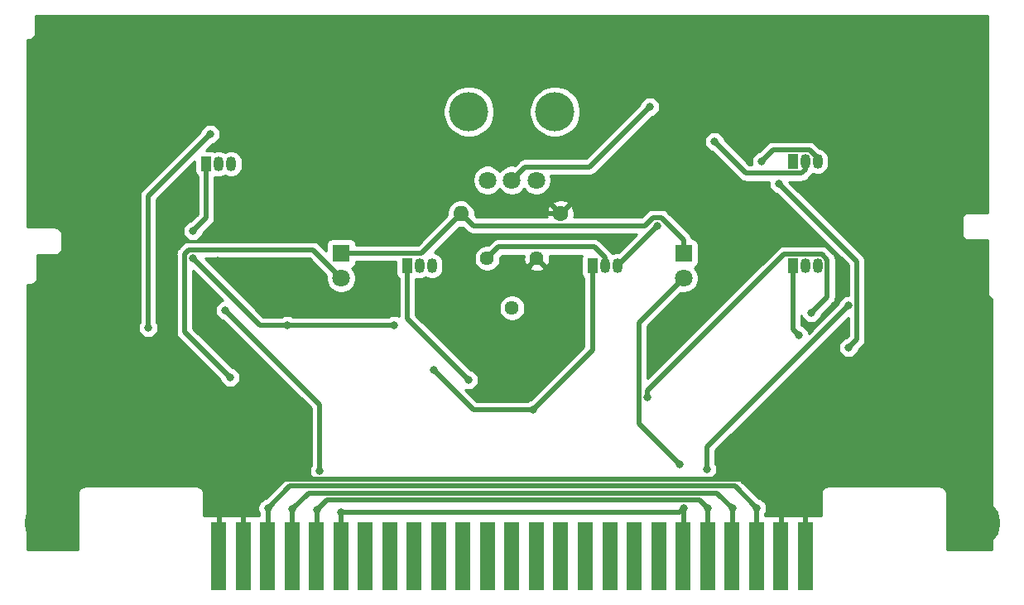
<source format=gbr>
G04 #@! TF.GenerationSoftware,KiCad,Pcbnew,(5.1.10)-1*
G04 #@! TF.CreationDate,2021-08-18T21:07:06-05:00*
G04 #@! TF.ProjectId,ConsolePedalPhaserSMT,436f6e73-6f6c-4655-9065-64616c506861,rev?*
G04 #@! TF.SameCoordinates,Original*
G04 #@! TF.FileFunction,Copper,L2,Bot*
G04 #@! TF.FilePolarity,Positive*
%FSLAX46Y46*%
G04 Gerber Fmt 4.6, Leading zero omitted, Abs format (unit mm)*
G04 Created by KiCad (PCBNEW (5.1.10)-1) date 2021-08-18 21:07:06*
%MOMM*%
%LPD*%
G01*
G04 APERTURE LIST*
G04 #@! TA.AperFunction,ComponentPad*
%ADD10R,1.800000X1.800000*%
G04 #@! TD*
G04 #@! TA.AperFunction,ComponentPad*
%ADD11C,1.800000*%
G04 #@! TD*
G04 #@! TA.AperFunction,ConnectorPad*
%ADD12R,1.500000X7.000000*%
G04 #@! TD*
G04 #@! TA.AperFunction,ComponentPad*
%ADD13C,5.000000*%
G04 #@! TD*
G04 #@! TA.AperFunction,ComponentPad*
%ADD14C,1.600000*%
G04 #@! TD*
G04 #@! TA.AperFunction,ComponentPad*
%ADD15O,1.600000X1.600000*%
G04 #@! TD*
G04 #@! TA.AperFunction,ComponentPad*
%ADD16R,1.050000X1.500000*%
G04 #@! TD*
G04 #@! TA.AperFunction,ComponentPad*
%ADD17O,1.050000X1.500000*%
G04 #@! TD*
G04 #@! TA.AperFunction,WasherPad*
%ADD18C,4.000000*%
G04 #@! TD*
G04 #@! TA.AperFunction,ComponentPad*
%ADD19C,1.440000*%
G04 #@! TD*
G04 #@! TA.AperFunction,ViaPad*
%ADD20C,0.800000*%
G04 #@! TD*
G04 #@! TA.AperFunction,Conductor*
%ADD21C,0.500000*%
G04 #@! TD*
G04 #@! TA.AperFunction,Conductor*
%ADD22C,0.254000*%
G04 #@! TD*
G04 #@! TA.AperFunction,Conductor*
%ADD23C,0.100000*%
G04 #@! TD*
G04 APERTURE END LIST*
D10*
G04 #@! TO.P,D3,1*
G04 #@! TO.N,Net-(D3-Pad1)*
X115250000Y-95000000D03*
D11*
G04 #@! TO.P,D3,2*
G04 #@! TO.N,/LEDPower*
X115250000Y-97540000D03*
G04 #@! TD*
G04 #@! TO.P,D4,2*
G04 #@! TO.N,/LEDPower*
X150250000Y-97540000D03*
D10*
G04 #@! TO.P,D4,1*
G04 #@! TO.N,Net-(D3-Pad1)*
X150250000Y-95000000D03*
G04 #@! TD*
D12*
G04 #@! TO.P,J1,26*
G04 #@! TO.N,GND*
X102715000Y-126000000D03*
G04 #@! TO.P,J1,27*
X105215000Y-126000000D03*
G04 #@! TO.P,J1,28*
G04 #@! TO.N,/Input*
X107715000Y-126000000D03*
G04 #@! TO.P,J1,29*
G04 #@! TO.N,/Output*
X110215000Y-126000000D03*
G04 #@! TO.P,J1,30*
G04 #@! TO.N,+9V*
X112715000Y-126000000D03*
G04 #@! TO.P,J1,31*
G04 #@! TO.N,/LEDPower*
X115215000Y-126000000D03*
G04 #@! TO.P,J1,32*
G04 #@! TO.N,N/C*
X117715000Y-126000000D03*
G04 #@! TO.P,J1,33*
X120215000Y-126000000D03*
G04 #@! TO.P,J1,34*
X122715000Y-126000000D03*
G04 #@! TO.P,J1,35*
X125215000Y-126000000D03*
G04 #@! TO.P,J1,36*
X127715000Y-126000000D03*
G04 #@! TO.P,J1,37*
X130215000Y-126000000D03*
G04 #@! TO.P,J1,38*
X132715000Y-126000000D03*
G04 #@! TO.P,J1,39*
X135215000Y-126000000D03*
G04 #@! TO.P,J1,40*
X137715000Y-126000000D03*
G04 #@! TO.P,J1,41*
X140215000Y-126000000D03*
G04 #@! TO.P,J1,42*
X142715000Y-126000000D03*
G04 #@! TO.P,J1,43*
X145215000Y-126000000D03*
G04 #@! TO.P,J1,44*
X147715000Y-126000000D03*
G04 #@! TO.P,J1,45*
G04 #@! TO.N,/LEDPower*
X150215000Y-126000000D03*
G04 #@! TO.P,J1,46*
G04 #@! TO.N,+9V*
X152715000Y-126000000D03*
G04 #@! TO.P,J1,47*
G04 #@! TO.N,/Output*
X155215000Y-126000000D03*
G04 #@! TO.P,J1,48*
G04 #@! TO.N,/Input*
X157715000Y-126000000D03*
G04 #@! TO.P,J1,49*
G04 #@! TO.N,GND*
X160215000Y-126000000D03*
G04 #@! TO.P,J1,50*
X162715000Y-126000000D03*
G04 #@! TD*
D13*
G04 #@! TO.P,H1,1*
G04 #@! TO.N,GND*
X85350000Y-122600000D03*
G04 #@! TD*
G04 #@! TO.P,H2,1*
G04 #@! TO.N,GND*
X180150000Y-122600000D03*
G04 #@! TD*
D14*
G04 #@! TO.P,R29,1*
G04 #@! TO.N,GND*
X137668000Y-90932000D03*
D15*
G04 #@! TO.P,R29,2*
G04 #@! TO.N,Net-(D3-Pad1)*
X127508000Y-90932000D03*
G04 #@! TD*
D16*
G04 #@! TO.P,Q1,1*
G04 #@! TO.N,Net-(C2-Pad1)*
X122000000Y-96270000D03*
D17*
G04 #@! TO.P,Q1,3*
G04 #@! TO.N,/VBIAS*
X124540000Y-96270000D03*
G04 #@! TO.P,Q1,2*
G04 #@! TO.N,+5V*
X123270000Y-96270000D03*
G04 #@! TD*
G04 #@! TO.P,Q2,2*
G04 #@! TO.N,+5V*
X142230000Y-96270000D03*
G04 #@! TO.P,Q2,3*
G04 #@! TO.N,/VBIAS*
X143500000Y-96270000D03*
D16*
G04 #@! TO.P,Q2,1*
G04 #@! TO.N,Net-(C3-Pad1)*
X140960000Y-96270000D03*
G04 #@! TD*
D17*
G04 #@! TO.P,Q3,2*
G04 #@! TO.N,+5V*
X162715000Y-96270000D03*
G04 #@! TO.P,Q3,3*
G04 #@! TO.N,/VBIAS*
X163985000Y-96270000D03*
D16*
G04 #@! TO.P,Q3,1*
G04 #@! TO.N,Net-(C4-Pad1)*
X161445000Y-96270000D03*
G04 #@! TD*
D17*
G04 #@! TO.P,Q4,2*
G04 #@! TO.N,+5V*
X162715000Y-85598000D03*
G04 #@! TO.P,Q4,3*
G04 #@! TO.N,/VBIAS*
X163985000Y-85598000D03*
D16*
G04 #@! TO.P,Q4,1*
G04 #@! TO.N,Net-(C5-Pad1)*
X161445000Y-85598000D03*
G04 #@! TD*
G04 #@! TO.P,Q5,1*
G04 #@! TO.N,+5V*
X101445000Y-85852000D03*
D17*
G04 #@! TO.P,Q5,3*
G04 #@! TO.N,Net-(C6-Pad2)*
X103985000Y-85852000D03*
G04 #@! TO.P,Q5,2*
G04 #@! TO.N,Net-(Q5-Pad2)*
X102715000Y-85852000D03*
G04 #@! TD*
D11*
G04 #@! TO.P,RV1,3*
G04 #@! TO.N,Net-(R23-Pad1)*
X130215000Y-87500000D03*
G04 #@! TO.P,RV1,2*
X132715000Y-87500000D03*
G04 #@! TO.P,RV1,1*
G04 #@! TO.N,Net-(C9-Pad1)*
X135215000Y-87500000D03*
D18*
G04 #@! TO.P,RV1,*
G04 #@! TO.N,*
X128315000Y-80500000D03*
X137115000Y-80500000D03*
G04 #@! TD*
D19*
G04 #@! TO.P,RV2,3*
G04 #@! TO.N,GND*
X135255000Y-95504000D03*
G04 #@! TO.P,RV2,2*
G04 #@! TO.N,Net-(R22-Pad1)*
X132715000Y-100584000D03*
G04 #@! TO.P,RV2,1*
G04 #@! TO.N,+5V*
X130175000Y-95504000D03*
G04 #@! TD*
D20*
G04 #@! TO.N,GND*
X105250000Y-120979000D03*
X160250000Y-120988000D03*
X102750000Y-121038000D03*
X162750000Y-120967000D03*
X121158000Y-82550000D03*
X97028000Y-102362000D03*
X102616000Y-95758000D03*
X119380000Y-85598000D03*
X112522000Y-90170000D03*
X132588000Y-108458000D03*
X146050000Y-87376000D03*
X140208000Y-87376000D03*
X112776000Y-99568000D03*
X126492000Y-100076000D03*
G04 #@! TO.N,/LEDPower*
X115250000Y-121454000D03*
X150250000Y-121073000D03*
X149860000Y-116586000D03*
X103886000Y-107696000D03*
G04 #@! TO.N,/Input*
X107750000Y-121066000D03*
X157750000Y-121066000D03*
G04 #@! TO.N,/Output*
X110250000Y-121195000D03*
X155250000Y-121068000D03*
X95504000Y-102616000D03*
X101854000Y-82804000D03*
G04 #@! TO.N,+9V*
X112750000Y-121235000D03*
X152750000Y-121108000D03*
X103378000Y-100838000D03*
X113030000Y-117272969D03*
X152654000Y-117094000D03*
X167132000Y-100330000D03*
G04 #@! TO.N,Net-(C2-Pad1)*
X128270000Y-107950000D03*
G04 #@! TO.N,Net-(C3-Pad1)*
X134874000Y-110998000D03*
X124714000Y-106934000D03*
G04 #@! TO.N,Net-(C5-Pad1)*
X167132000Y-104648000D03*
X160020000Y-87884000D03*
G04 #@! TO.N,Net-(C4-Pad1)*
X162052000Y-103378000D03*
G04 #@! TO.N,+5V*
X153416000Y-83566000D03*
X100076000Y-92710000D03*
X100076000Y-95504000D03*
X109728000Y-102362000D03*
X120650000Y-102362000D03*
G04 #@! TO.N,/VBIAS*
X158242000Y-85598000D03*
X147574000Y-92202000D03*
G04 #@! TO.N,Net-(R14-Pad2)*
X163322000Y-101092000D03*
X146558000Y-109728000D03*
G04 #@! TO.N,Net-(R23-Pad1)*
X146812000Y-80010000D03*
G04 #@! TD*
D21*
G04 #@! TO.N,GND*
X105250000Y-126000000D02*
X105250000Y-120979000D01*
X160250000Y-126000000D02*
X160250000Y-120988000D01*
X157384969Y-118122969D02*
X160250000Y-120988000D01*
X108106031Y-118122969D02*
X157384969Y-118122969D01*
X105250000Y-120979000D02*
X108106031Y-118122969D01*
X102750000Y-126000000D02*
X102750000Y-121038000D01*
X162750000Y-120967000D02*
X162750000Y-126000000D01*
X162729000Y-120988000D02*
X162750000Y-120967000D01*
X160250000Y-120988000D02*
X162729000Y-120988000D01*
X105191000Y-121038000D02*
X105250000Y-120979000D01*
X102750000Y-121038000D02*
X105191000Y-121038000D01*
X129540000Y-90932000D02*
X121158000Y-82550000D01*
X137668000Y-90932000D02*
X129540000Y-90932000D01*
G04 #@! TO.N,/LEDPower*
X115250000Y-126000000D02*
X115250000Y-121454000D01*
X150250000Y-121073000D02*
X150250000Y-126000000D01*
X149869000Y-121454000D02*
X150250000Y-121073000D01*
X115250000Y-121454000D02*
X149869000Y-121454000D01*
X145707999Y-102082001D02*
X150250000Y-97540000D01*
X145707999Y-112433999D02*
X145707999Y-102082001D01*
X149860000Y-116586000D02*
X145707999Y-112433999D01*
X112363999Y-94653999D02*
X115250000Y-97540000D01*
X99667999Y-94653999D02*
X112363999Y-94653999D01*
X99225999Y-95095999D02*
X99667999Y-94653999D01*
X99225999Y-103035999D02*
X99225999Y-95095999D01*
X103886000Y-107696000D02*
X99225999Y-103035999D01*
G04 #@! TO.N,/Input*
X107750000Y-121066000D02*
X107750000Y-126000000D01*
X157750000Y-121066000D02*
X157750000Y-126000000D01*
X155506979Y-118822979D02*
X157750000Y-121066000D01*
X109993021Y-118822979D02*
X155506979Y-118822979D01*
X107750000Y-121066000D02*
X109993021Y-118822979D01*
G04 #@! TO.N,/Output*
X110250000Y-121195000D02*
X110250000Y-126000000D01*
X155250000Y-121068000D02*
X155250000Y-126000000D01*
X153704989Y-119522989D02*
X155250000Y-121068000D01*
X111922011Y-119522989D02*
X153704989Y-119522989D01*
X110250000Y-121195000D02*
X111922011Y-119522989D01*
X95504000Y-89154000D02*
X95504000Y-102616000D01*
X101854000Y-82804000D02*
X95504000Y-89154000D01*
G04 #@! TO.N,+9V*
X112750000Y-121235000D02*
X112750000Y-126000000D01*
X152750000Y-121108000D02*
X152750000Y-126000000D01*
X151864999Y-120222999D02*
X152750000Y-121108000D01*
X113762001Y-120222999D02*
X151864999Y-120222999D01*
X112750000Y-121235000D02*
X113762001Y-120222999D01*
X113030000Y-110490000D02*
X113030000Y-117272969D01*
X103378000Y-100838000D02*
X113030000Y-110490000D01*
X152654000Y-114808000D02*
X152654000Y-117094000D01*
X167132000Y-100330000D02*
X152654000Y-114808000D01*
G04 #@! TO.N,Net-(C2-Pad1)*
X122000000Y-101680000D02*
X122000000Y-96270000D01*
X128270000Y-107950000D02*
X122000000Y-101680000D01*
G04 #@! TO.N,Net-(C3-Pad1)*
X140960000Y-104912000D02*
X140960000Y-96270000D01*
X134874000Y-110998000D02*
X140960000Y-104912000D01*
X128778000Y-110998000D02*
X134874000Y-110998000D01*
X124714000Y-106934000D02*
X128778000Y-110998000D01*
G04 #@! TO.N,Net-(C5-Pad1)*
X167982001Y-95846001D02*
X160020000Y-87884000D01*
X167982001Y-103797999D02*
X167982001Y-95846001D01*
X167132000Y-104648000D02*
X167982001Y-103797999D01*
G04 #@! TO.N,Net-(C4-Pad1)*
X161445000Y-102771000D02*
X161445000Y-96270000D01*
X162052000Y-103378000D02*
X161445000Y-102771000D01*
G04 #@! TO.N,+5V*
X162715000Y-86413002D02*
X162715000Y-85598000D01*
X162330001Y-86798001D02*
X162715000Y-86413002D01*
X156648001Y-86798001D02*
X162330001Y-86798001D01*
X153416000Y-83566000D02*
X156648001Y-86798001D01*
X141109001Y-94333999D02*
X131345001Y-94333999D01*
X142230000Y-95454998D02*
X141109001Y-94333999D01*
X131345001Y-94333999D02*
X130175000Y-95504000D01*
X142230000Y-96270000D02*
X142230000Y-95454998D01*
X101445000Y-91341000D02*
X101445000Y-85852000D01*
X100076000Y-92710000D02*
X101445000Y-91341000D01*
X106934000Y-102362000D02*
X109728000Y-102362000D01*
X100076000Y-95504000D02*
X106934000Y-102362000D01*
X120650000Y-102362000D02*
X109728000Y-102362000D01*
G04 #@! TO.N,/VBIAS*
X163985000Y-85264128D02*
X163985000Y-85598000D01*
X163118862Y-84397990D02*
X163985000Y-85264128D01*
X159442010Y-84397990D02*
X163118862Y-84397990D01*
X158242000Y-85598000D02*
X159442010Y-84397990D01*
X143506000Y-96270000D02*
X143500000Y-96270000D01*
X147574000Y-92202000D02*
X143506000Y-96270000D01*
G04 #@! TO.N,Net-(D3-Pad1)*
X123440000Y-95000000D02*
X127508000Y-90932000D01*
X115250000Y-95000000D02*
X123440000Y-95000000D01*
X150250000Y-93619998D02*
X150250000Y-95000000D01*
X147982001Y-91351999D02*
X150250000Y-93619998D01*
X147165999Y-91351999D02*
X147982001Y-91351999D01*
X146335997Y-92182001D02*
X147165999Y-91351999D01*
X128758001Y-92182001D02*
X146335997Y-92182001D01*
X127508000Y-90932000D02*
X128758001Y-92182001D01*
G04 #@! TO.N,Net-(R14-Pad2)*
X164960010Y-99453990D02*
X163322000Y-101092000D01*
X164960010Y-95641138D02*
X164960010Y-99453990D01*
X164388862Y-95069990D02*
X164960010Y-95641138D01*
X160560008Y-95069990D02*
X164388862Y-95069990D01*
X146558000Y-109071998D02*
X160560008Y-95069990D01*
X146558000Y-109728000D02*
X146558000Y-109071998D01*
G04 #@! TO.N,Net-(R23-Pad1)*
X134065001Y-86149999D02*
X132715000Y-87500000D01*
X140672001Y-86149999D02*
X134065001Y-86149999D01*
X146812000Y-80010000D02*
X140672001Y-86149999D01*
G04 #@! TD*
D22*
G04 #@! TO.N,GND*
X181323001Y-90823000D02*
X179433252Y-90823000D01*
X179400000Y-90819725D01*
X179366748Y-90823000D01*
X179267285Y-90832796D01*
X179139670Y-90871508D01*
X179022059Y-90934372D01*
X178918973Y-91018973D01*
X178834372Y-91122059D01*
X178771508Y-91239670D01*
X178732796Y-91367285D01*
X178719725Y-91500000D01*
X178723001Y-91533262D01*
X178723000Y-92966747D01*
X178719725Y-93000000D01*
X178732796Y-93132715D01*
X178771508Y-93260330D01*
X178834372Y-93377941D01*
X178918973Y-93481027D01*
X178971533Y-93524162D01*
X179022059Y-93565628D01*
X179139670Y-93628492D01*
X179267285Y-93667204D01*
X179400000Y-93680275D01*
X179433252Y-93677000D01*
X181323000Y-93677000D01*
X181323001Y-98966738D01*
X181319725Y-99000000D01*
X181332796Y-99132715D01*
X181371508Y-99260330D01*
X181434372Y-99377941D01*
X181518973Y-99481027D01*
X181622059Y-99565628D01*
X181739670Y-99628492D01*
X181823001Y-99653770D01*
X181823000Y-125323000D01*
X177177000Y-125323000D01*
X177177000Y-119533252D01*
X177180275Y-119500000D01*
X177167204Y-119367285D01*
X177128492Y-119239670D01*
X177065628Y-119122059D01*
X176981027Y-119018973D01*
X176877941Y-118934372D01*
X176760330Y-118871508D01*
X176632715Y-118832796D01*
X176533252Y-118823000D01*
X176500000Y-118819725D01*
X176466748Y-118823000D01*
X165033252Y-118823000D01*
X165000000Y-118819725D01*
X164966748Y-118823000D01*
X164867285Y-118832796D01*
X164739670Y-118871508D01*
X164622059Y-118934372D01*
X164518973Y-119018973D01*
X164434372Y-119122059D01*
X164371508Y-119239670D01*
X164332796Y-119367285D01*
X164319725Y-119500000D01*
X164323001Y-119533262D01*
X164323001Y-121793000D01*
X158627000Y-121793000D01*
X158627000Y-121602027D01*
X158660115Y-121552467D01*
X158737533Y-121365565D01*
X158777000Y-121167151D01*
X158777000Y-120964849D01*
X158737533Y-120766435D01*
X158660115Y-120579533D01*
X158547723Y-120411326D01*
X158404674Y-120268277D01*
X158236467Y-120155885D01*
X158049565Y-120078467D01*
X157991103Y-120066838D01*
X156157576Y-118233311D01*
X156130112Y-118199846D01*
X155996571Y-118090252D01*
X155844216Y-118008817D01*
X155678901Y-117958669D01*
X155550058Y-117945979D01*
X155506979Y-117941736D01*
X155463900Y-117945979D01*
X153227474Y-117945979D01*
X153308674Y-117891723D01*
X153451723Y-117748674D01*
X153564115Y-117580467D01*
X153641533Y-117393565D01*
X153681000Y-117195151D01*
X153681000Y-116992849D01*
X153641533Y-116794435D01*
X153564115Y-116607533D01*
X153531000Y-116557973D01*
X153531000Y-115171265D01*
X167105001Y-101597265D01*
X167105001Y-103434733D01*
X166890896Y-103648838D01*
X166832435Y-103660467D01*
X166645533Y-103737885D01*
X166477326Y-103850277D01*
X166334277Y-103993326D01*
X166221885Y-104161533D01*
X166144467Y-104348435D01*
X166105000Y-104546849D01*
X166105000Y-104749151D01*
X166144467Y-104947565D01*
X166221885Y-105134467D01*
X166334277Y-105302674D01*
X166477326Y-105445723D01*
X166645533Y-105558115D01*
X166832435Y-105635533D01*
X167030849Y-105675000D01*
X167233151Y-105675000D01*
X167431565Y-105635533D01*
X167618467Y-105558115D01*
X167786674Y-105445723D01*
X167929723Y-105302674D01*
X168042115Y-105134467D01*
X168119533Y-104947565D01*
X168131162Y-104889104D01*
X168571676Y-104448590D01*
X168605134Y-104421132D01*
X168714728Y-104287591D01*
X168796163Y-104135236D01*
X168846311Y-103969921D01*
X168851500Y-103917242D01*
X168863244Y-103797999D01*
X168859001Y-103754920D01*
X168859001Y-95889080D01*
X168863244Y-95846001D01*
X168846311Y-95674078D01*
X168796163Y-95508764D01*
X168774460Y-95468161D01*
X168714728Y-95356409D01*
X168671635Y-95303900D01*
X168632595Y-95256329D01*
X168632593Y-95256327D01*
X168605134Y-95222868D01*
X168571675Y-95195409D01*
X161051266Y-87675001D01*
X162286922Y-87675001D01*
X162330001Y-87679244D01*
X162373080Y-87675001D01*
X162404342Y-87671922D01*
X162501923Y-87662311D01*
X162541201Y-87650396D01*
X162667238Y-87612163D01*
X162819593Y-87530728D01*
X162953134Y-87421134D01*
X162980598Y-87387669D01*
X163304669Y-87063598D01*
X163338133Y-87036135D01*
X163447727Y-86902594D01*
X163472893Y-86855512D01*
X163542017Y-86892459D01*
X163759170Y-86958332D01*
X163985000Y-86980574D01*
X164210831Y-86958332D01*
X164427984Y-86892459D01*
X164628114Y-86785488D01*
X164803528Y-86641528D01*
X164947488Y-86466114D01*
X165054459Y-86265983D01*
X165120332Y-86048830D01*
X165137000Y-85879594D01*
X165137000Y-85316405D01*
X165120332Y-85147169D01*
X165054459Y-84930016D01*
X164947488Y-84729886D01*
X164803528Y-84554472D01*
X164628113Y-84410512D01*
X164427983Y-84303541D01*
X164210830Y-84237668D01*
X164197492Y-84236354D01*
X163769458Y-83808321D01*
X163741995Y-83774857D01*
X163608454Y-83665263D01*
X163456099Y-83583828D01*
X163290784Y-83533680D01*
X163161941Y-83520990D01*
X163118862Y-83516747D01*
X163075783Y-83520990D01*
X159485079Y-83520990D01*
X159442009Y-83516748D01*
X159398940Y-83520990D01*
X159398931Y-83520990D01*
X159270088Y-83533680D01*
X159104773Y-83583828D01*
X158952418Y-83665263D01*
X158818877Y-83774857D01*
X158791413Y-83808322D01*
X158000897Y-84598838D01*
X157942435Y-84610467D01*
X157755533Y-84687885D01*
X157587326Y-84800277D01*
X157444277Y-84943326D01*
X157331885Y-85111533D01*
X157254467Y-85298435D01*
X157215000Y-85496849D01*
X157215000Y-85699151D01*
X157254467Y-85897565D01*
X157264175Y-85921001D01*
X157011266Y-85921001D01*
X154415162Y-83324897D01*
X154403533Y-83266435D01*
X154326115Y-83079533D01*
X154213723Y-82911326D01*
X154070674Y-82768277D01*
X153902467Y-82655885D01*
X153715565Y-82578467D01*
X153517151Y-82539000D01*
X153314849Y-82539000D01*
X153116435Y-82578467D01*
X152929533Y-82655885D01*
X152761326Y-82768277D01*
X152618277Y-82911326D01*
X152505885Y-83079533D01*
X152428467Y-83266435D01*
X152389000Y-83464849D01*
X152389000Y-83667151D01*
X152428467Y-83865565D01*
X152505885Y-84052467D01*
X152618277Y-84220674D01*
X152761326Y-84363723D01*
X152929533Y-84476115D01*
X153116435Y-84553533D01*
X153174897Y-84565162D01*
X155997404Y-87387669D01*
X156024868Y-87421134D01*
X156158409Y-87530728D01*
X156310764Y-87612163D01*
X156476078Y-87662311D01*
X156648001Y-87679244D01*
X156691080Y-87675001D01*
X159014452Y-87675001D01*
X158993000Y-87782849D01*
X158993000Y-87985151D01*
X159032467Y-88183565D01*
X159109885Y-88370467D01*
X159222277Y-88538674D01*
X159365326Y-88681723D01*
X159533533Y-88794115D01*
X159720435Y-88871533D01*
X159778897Y-88883162D01*
X167105002Y-96209268D01*
X167105002Y-99303000D01*
X167030849Y-99303000D01*
X166832435Y-99342467D01*
X166645533Y-99419885D01*
X166477326Y-99532277D01*
X166334277Y-99675326D01*
X166221885Y-99843533D01*
X166144467Y-100030435D01*
X166132838Y-100088896D01*
X163056749Y-103164985D01*
X163039533Y-103078435D01*
X162962115Y-102891533D01*
X162849723Y-102723326D01*
X162706674Y-102580277D01*
X162538467Y-102467885D01*
X162351565Y-102390467D01*
X162322000Y-102384586D01*
X162322000Y-101328889D01*
X162334467Y-101391565D01*
X162411885Y-101578467D01*
X162524277Y-101746674D01*
X162667326Y-101889723D01*
X162835533Y-102002115D01*
X163022435Y-102079533D01*
X163220849Y-102119000D01*
X163423151Y-102119000D01*
X163621565Y-102079533D01*
X163808467Y-102002115D01*
X163976674Y-101889723D01*
X164119723Y-101746674D01*
X164232115Y-101578467D01*
X164309533Y-101391565D01*
X164321162Y-101333104D01*
X165549684Y-100104582D01*
X165583143Y-100077123D01*
X165652375Y-99992764D01*
X165668028Y-99973690D01*
X165692737Y-99943582D01*
X165774172Y-99791227D01*
X165808823Y-99677000D01*
X165824320Y-99625913D01*
X165841253Y-99453990D01*
X165837010Y-99410911D01*
X165837010Y-95684207D01*
X165841252Y-95641137D01*
X165837010Y-95598068D01*
X165837010Y-95598059D01*
X165824320Y-95469216D01*
X165774172Y-95303901D01*
X165692737Y-95151546D01*
X165583143Y-95018005D01*
X165549674Y-94990538D01*
X165039459Y-94480322D01*
X165011995Y-94446857D01*
X164878454Y-94337263D01*
X164726099Y-94255828D01*
X164560784Y-94205680D01*
X164431941Y-94192990D01*
X164388862Y-94188747D01*
X164345783Y-94192990D01*
X160603087Y-94192990D01*
X160560008Y-94188747D01*
X160388085Y-94205680D01*
X160264630Y-94243130D01*
X160222771Y-94255828D01*
X160070416Y-94337263D01*
X159936875Y-94446857D01*
X159909411Y-94480322D01*
X146584999Y-107804734D01*
X146584999Y-102445266D01*
X149985885Y-99044380D01*
X150099604Y-99067000D01*
X150400396Y-99067000D01*
X150695410Y-99008319D01*
X150973306Y-98893210D01*
X151223406Y-98726099D01*
X151436099Y-98513406D01*
X151603210Y-98263306D01*
X151718319Y-97985410D01*
X151777000Y-97690396D01*
X151777000Y-97389604D01*
X151718319Y-97094590D01*
X151603210Y-96816694D01*
X151436099Y-96566594D01*
X151360779Y-96491274D01*
X151391103Y-96482075D01*
X151500028Y-96423853D01*
X151595501Y-96345501D01*
X151673853Y-96250028D01*
X151732075Y-96141103D01*
X151767927Y-96022913D01*
X151780033Y-95900000D01*
X151780033Y-94100000D01*
X151767927Y-93977087D01*
X151732075Y-93858897D01*
X151673853Y-93749972D01*
X151595501Y-93654499D01*
X151500028Y-93576147D01*
X151391103Y-93517925D01*
X151272913Y-93482073D01*
X151150000Y-93469967D01*
X151116466Y-93469967D01*
X151114310Y-93448075D01*
X151064162Y-93282761D01*
X150983961Y-93132715D01*
X150982727Y-93130406D01*
X150924127Y-93059001D01*
X150900594Y-93030326D01*
X150900592Y-93030324D01*
X150873133Y-92996865D01*
X150839675Y-92969407D01*
X148632598Y-90762331D01*
X148605134Y-90728866D01*
X148471593Y-90619272D01*
X148319238Y-90537837D01*
X148153923Y-90487689D01*
X148025080Y-90474999D01*
X147982001Y-90470756D01*
X147938922Y-90474999D01*
X147209075Y-90474999D01*
X147165998Y-90470756D01*
X147122921Y-90474999D01*
X147122920Y-90474999D01*
X146994077Y-90487689D01*
X146828762Y-90537837D01*
X146676407Y-90619272D01*
X146676405Y-90619273D01*
X146676406Y-90619273D01*
X146589729Y-90690407D01*
X146542866Y-90728866D01*
X146515407Y-90762326D01*
X145972732Y-91305001D01*
X139053897Y-91305001D01*
X139094300Y-91143816D01*
X139108217Y-90861488D01*
X139066787Y-90581870D01*
X138971603Y-90315708D01*
X138904671Y-90190486D01*
X138660702Y-90118903D01*
X137847605Y-90932000D01*
X137861748Y-90946143D01*
X137682143Y-91125748D01*
X137668000Y-91111605D01*
X137653858Y-91125748D01*
X137474253Y-90946143D01*
X137488395Y-90932000D01*
X136675298Y-90118903D01*
X136431329Y-90190486D01*
X136310429Y-90445996D01*
X136241700Y-90720184D01*
X136227783Y-91002512D01*
X136269213Y-91282130D01*
X136277392Y-91305001D01*
X129121266Y-91305001D01*
X128927337Y-91111072D01*
X128935000Y-91072547D01*
X128935000Y-90791453D01*
X128880162Y-90515759D01*
X128772591Y-90256062D01*
X128616424Y-90022340D01*
X128533382Y-89939298D01*
X136854903Y-89939298D01*
X137668000Y-90752395D01*
X138481097Y-89939298D01*
X138409514Y-89695329D01*
X138154004Y-89574429D01*
X137879816Y-89505700D01*
X137597488Y-89491783D01*
X137317870Y-89533213D01*
X137051708Y-89628397D01*
X136926486Y-89695329D01*
X136854903Y-89939298D01*
X128533382Y-89939298D01*
X128417660Y-89823576D01*
X128183938Y-89667409D01*
X127924241Y-89559838D01*
X127648547Y-89505000D01*
X127367453Y-89505000D01*
X127091759Y-89559838D01*
X126832062Y-89667409D01*
X126598340Y-89823576D01*
X126399576Y-90022340D01*
X126243409Y-90256062D01*
X126135838Y-90515759D01*
X126081000Y-90791453D01*
X126081000Y-91072547D01*
X126088663Y-91111071D01*
X123076735Y-94123000D01*
X116780033Y-94123000D01*
X116780033Y-94100000D01*
X116767927Y-93977087D01*
X116732075Y-93858897D01*
X116673853Y-93749972D01*
X116595501Y-93654499D01*
X116500028Y-93576147D01*
X116391103Y-93517925D01*
X116272913Y-93482073D01*
X116150000Y-93469967D01*
X114350000Y-93469967D01*
X114227087Y-93482073D01*
X114108897Y-93517925D01*
X113999972Y-93576147D01*
X113904499Y-93654499D01*
X113826147Y-93749972D01*
X113767925Y-93858897D01*
X113732073Y-93977087D01*
X113719967Y-94100000D01*
X113719967Y-94769702D01*
X113014596Y-94064331D01*
X112987132Y-94030866D01*
X112853591Y-93921272D01*
X112701236Y-93839837D01*
X112535921Y-93789689D01*
X112407078Y-93776999D01*
X112363999Y-93772756D01*
X112320920Y-93776999D01*
X99711068Y-93776999D01*
X99667998Y-93772757D01*
X99624929Y-93776999D01*
X99624920Y-93776999D01*
X99496077Y-93789689D01*
X99330762Y-93839837D01*
X99178407Y-93921272D01*
X99044866Y-94030866D01*
X99017398Y-94064336D01*
X98636327Y-94445406D01*
X98602867Y-94472866D01*
X98575408Y-94506325D01*
X98575405Y-94506328D01*
X98493273Y-94606407D01*
X98411837Y-94758763D01*
X98361689Y-94924077D01*
X98344756Y-95095999D01*
X98349000Y-95139089D01*
X98348999Y-102992919D01*
X98344756Y-103035999D01*
X98361689Y-103207921D01*
X98404647Y-103349533D01*
X98411837Y-103373235D01*
X98493272Y-103525590D01*
X98602866Y-103659132D01*
X98636331Y-103686596D01*
X102886838Y-107937103D01*
X102898467Y-107995565D01*
X102975885Y-108182467D01*
X103088277Y-108350674D01*
X103231326Y-108493723D01*
X103399533Y-108606115D01*
X103586435Y-108683533D01*
X103784849Y-108723000D01*
X103987151Y-108723000D01*
X104185565Y-108683533D01*
X104372467Y-108606115D01*
X104540674Y-108493723D01*
X104683723Y-108350674D01*
X104796115Y-108182467D01*
X104873533Y-107995565D01*
X104913000Y-107797151D01*
X104913000Y-107594849D01*
X104873533Y-107396435D01*
X104796115Y-107209533D01*
X104683723Y-107041326D01*
X104540674Y-106898277D01*
X104372467Y-106785885D01*
X104185565Y-106708467D01*
X104127103Y-106696838D01*
X100102999Y-102672734D01*
X100102999Y-96771264D01*
X103164986Y-99833251D01*
X103078435Y-99850467D01*
X102891533Y-99927885D01*
X102723326Y-100040277D01*
X102580277Y-100183326D01*
X102467885Y-100351533D01*
X102390467Y-100538435D01*
X102351000Y-100736849D01*
X102351000Y-100939151D01*
X102390467Y-101137565D01*
X102467885Y-101324467D01*
X102580277Y-101492674D01*
X102723326Y-101635723D01*
X102891533Y-101748115D01*
X103078435Y-101825533D01*
X103136897Y-101837162D01*
X112153000Y-110853265D01*
X112153001Y-116736940D01*
X112119885Y-116786502D01*
X112042467Y-116973404D01*
X112003000Y-117171818D01*
X112003000Y-117374120D01*
X112042467Y-117572534D01*
X112119885Y-117759436D01*
X112232277Y-117927643D01*
X112250613Y-117945979D01*
X110036100Y-117945979D01*
X109993021Y-117941736D01*
X109821098Y-117958669D01*
X109655784Y-118008817D01*
X109503429Y-118090252D01*
X109369888Y-118199846D01*
X109342424Y-118233311D01*
X107508897Y-120066838D01*
X107450435Y-120078467D01*
X107263533Y-120155885D01*
X107095326Y-120268277D01*
X106952277Y-120411326D01*
X106839885Y-120579533D01*
X106762467Y-120766435D01*
X106723000Y-120964849D01*
X106723000Y-121167151D01*
X106762467Y-121365565D01*
X106839885Y-121552467D01*
X106873000Y-121602027D01*
X106873000Y-121793000D01*
X101177000Y-121793000D01*
X101177000Y-119533252D01*
X101180275Y-119500000D01*
X101167204Y-119367285D01*
X101128492Y-119239670D01*
X101065628Y-119122059D01*
X100981027Y-119018973D01*
X100877941Y-118934372D01*
X100760330Y-118871508D01*
X100632715Y-118832796D01*
X100533252Y-118823000D01*
X100500000Y-118819725D01*
X100466748Y-118823000D01*
X89033252Y-118823000D01*
X89000000Y-118819725D01*
X88966748Y-118823000D01*
X88867285Y-118832796D01*
X88739670Y-118871508D01*
X88622059Y-118934372D01*
X88518973Y-119018973D01*
X88434372Y-119122059D01*
X88371508Y-119239670D01*
X88332796Y-119367285D01*
X88319725Y-119500000D01*
X88323000Y-119533252D01*
X88323001Y-125323000D01*
X83177000Y-125323000D01*
X83177000Y-102514849D01*
X94477000Y-102514849D01*
X94477000Y-102717151D01*
X94516467Y-102915565D01*
X94593885Y-103102467D01*
X94706277Y-103270674D01*
X94849326Y-103413723D01*
X95017533Y-103526115D01*
X95204435Y-103603533D01*
X95402849Y-103643000D01*
X95605151Y-103643000D01*
X95803565Y-103603533D01*
X95990467Y-103526115D01*
X96158674Y-103413723D01*
X96301723Y-103270674D01*
X96414115Y-103102467D01*
X96491533Y-102915565D01*
X96531000Y-102717151D01*
X96531000Y-102514849D01*
X96491533Y-102316435D01*
X96414115Y-102129533D01*
X96381000Y-102079973D01*
X96381000Y-89517265D01*
X100289967Y-85608299D01*
X100289967Y-86602000D01*
X100302073Y-86724913D01*
X100337925Y-86843103D01*
X100396147Y-86952028D01*
X100474499Y-87047501D01*
X100568001Y-87124235D01*
X100568000Y-90977735D01*
X99834897Y-91710838D01*
X99776435Y-91722467D01*
X99589533Y-91799885D01*
X99421326Y-91912277D01*
X99278277Y-92055326D01*
X99165885Y-92223533D01*
X99088467Y-92410435D01*
X99049000Y-92608849D01*
X99049000Y-92811151D01*
X99088467Y-93009565D01*
X99165885Y-93196467D01*
X99278277Y-93364674D01*
X99421326Y-93507723D01*
X99589533Y-93620115D01*
X99776435Y-93697533D01*
X99974849Y-93737000D01*
X100177151Y-93737000D01*
X100375565Y-93697533D01*
X100562467Y-93620115D01*
X100730674Y-93507723D01*
X100873723Y-93364674D01*
X100986115Y-93196467D01*
X101063533Y-93009565D01*
X101075162Y-92951103D01*
X102034669Y-91991596D01*
X102068133Y-91964133D01*
X102177727Y-91830592D01*
X102259162Y-91678237D01*
X102309310Y-91512922D01*
X102322000Y-91384079D01*
X102322000Y-91384070D01*
X102326242Y-91341001D01*
X102322000Y-91297931D01*
X102322000Y-87349604D01*
X128688000Y-87349604D01*
X128688000Y-87650396D01*
X128746681Y-87945410D01*
X128861790Y-88223306D01*
X129028901Y-88473406D01*
X129241594Y-88686099D01*
X129491694Y-88853210D01*
X129769590Y-88968319D01*
X130064604Y-89027000D01*
X130365396Y-89027000D01*
X130660410Y-88968319D01*
X130938306Y-88853210D01*
X131188406Y-88686099D01*
X131401099Y-88473406D01*
X131465000Y-88377771D01*
X131528901Y-88473406D01*
X131741594Y-88686099D01*
X131991694Y-88853210D01*
X132269590Y-88968319D01*
X132564604Y-89027000D01*
X132865396Y-89027000D01*
X133160410Y-88968319D01*
X133438306Y-88853210D01*
X133688406Y-88686099D01*
X133901099Y-88473406D01*
X133965000Y-88377771D01*
X134028901Y-88473406D01*
X134241594Y-88686099D01*
X134491694Y-88853210D01*
X134769590Y-88968319D01*
X135064604Y-89027000D01*
X135365396Y-89027000D01*
X135660410Y-88968319D01*
X135938306Y-88853210D01*
X136188406Y-88686099D01*
X136401099Y-88473406D01*
X136568210Y-88223306D01*
X136683319Y-87945410D01*
X136742000Y-87650396D01*
X136742000Y-87349604D01*
X136683319Y-87054590D01*
X136671890Y-87026999D01*
X140628922Y-87026999D01*
X140672001Y-87031242D01*
X140715080Y-87026999D01*
X140843923Y-87014309D01*
X141009238Y-86964161D01*
X141161593Y-86882726D01*
X141295134Y-86773132D01*
X141322598Y-86739667D01*
X147053104Y-81009162D01*
X147111565Y-80997533D01*
X147298467Y-80920115D01*
X147466674Y-80807723D01*
X147609723Y-80664674D01*
X147722115Y-80496467D01*
X147799533Y-80309565D01*
X147839000Y-80111151D01*
X147839000Y-79908849D01*
X147799533Y-79710435D01*
X147722115Y-79523533D01*
X147609723Y-79355326D01*
X147466674Y-79212277D01*
X147298467Y-79099885D01*
X147111565Y-79022467D01*
X146913151Y-78983000D01*
X146710849Y-78983000D01*
X146512435Y-79022467D01*
X146325533Y-79099885D01*
X146157326Y-79212277D01*
X146014277Y-79355326D01*
X145901885Y-79523533D01*
X145824467Y-79710435D01*
X145812838Y-79768896D01*
X140308736Y-85272999D01*
X134108080Y-85272999D01*
X134065001Y-85268756D01*
X133893078Y-85285689D01*
X133851061Y-85298435D01*
X133727764Y-85335837D01*
X133575409Y-85417272D01*
X133441868Y-85526866D01*
X133414407Y-85560328D01*
X132979115Y-85995620D01*
X132865396Y-85973000D01*
X132564604Y-85973000D01*
X132269590Y-86031681D01*
X131991694Y-86146790D01*
X131741594Y-86313901D01*
X131528901Y-86526594D01*
X131465000Y-86622229D01*
X131401099Y-86526594D01*
X131188406Y-86313901D01*
X130938306Y-86146790D01*
X130660410Y-86031681D01*
X130365396Y-85973000D01*
X130064604Y-85973000D01*
X129769590Y-86031681D01*
X129491694Y-86146790D01*
X129241594Y-86313901D01*
X129028901Y-86526594D01*
X128861790Y-86776694D01*
X128746681Y-87054590D01*
X128688000Y-87349604D01*
X102322000Y-87349604D01*
X102322000Y-87161621D01*
X102489170Y-87212332D01*
X102715000Y-87234574D01*
X102940831Y-87212332D01*
X103157984Y-87146459D01*
X103350001Y-87043825D01*
X103542017Y-87146459D01*
X103759170Y-87212332D01*
X103985000Y-87234574D01*
X104210831Y-87212332D01*
X104427984Y-87146459D01*
X104628114Y-87039488D01*
X104803528Y-86895528D01*
X104947488Y-86720114D01*
X105054459Y-86519983D01*
X105120332Y-86302830D01*
X105137000Y-86133594D01*
X105137000Y-85570405D01*
X105120332Y-85401169D01*
X105054459Y-85184016D01*
X104947488Y-84983886D01*
X104803528Y-84808472D01*
X104628113Y-84664512D01*
X104427983Y-84557541D01*
X104210830Y-84491668D01*
X103985000Y-84469426D01*
X103759169Y-84491668D01*
X103542016Y-84557541D01*
X103350000Y-84660175D01*
X103157983Y-84557541D01*
X102940830Y-84491668D01*
X102715000Y-84469426D01*
X102489169Y-84491668D01*
X102278052Y-84555710D01*
X102211103Y-84519925D01*
X102092913Y-84484073D01*
X101970000Y-84471967D01*
X101426299Y-84471967D01*
X102095104Y-83803162D01*
X102153565Y-83791533D01*
X102340467Y-83714115D01*
X102508674Y-83601723D01*
X102651723Y-83458674D01*
X102764115Y-83290467D01*
X102841533Y-83103565D01*
X102881000Y-82905151D01*
X102881000Y-82702849D01*
X102841533Y-82504435D01*
X102764115Y-82317533D01*
X102651723Y-82149326D01*
X102508674Y-82006277D01*
X102340467Y-81893885D01*
X102153565Y-81816467D01*
X101955151Y-81777000D01*
X101752849Y-81777000D01*
X101554435Y-81816467D01*
X101367533Y-81893885D01*
X101199326Y-82006277D01*
X101056277Y-82149326D01*
X100943885Y-82317533D01*
X100866467Y-82504435D01*
X100854838Y-82562896D01*
X94914332Y-88503403D01*
X94880867Y-88530867D01*
X94853406Y-88564329D01*
X94771274Y-88664408D01*
X94689838Y-88816764D01*
X94639690Y-88982078D01*
X94622757Y-89154000D01*
X94627000Y-89197080D01*
X94627001Y-102079971D01*
X94593885Y-102129533D01*
X94516467Y-102316435D01*
X94477000Y-102514849D01*
X83177000Y-102514849D01*
X83177000Y-98177000D01*
X83466748Y-98177000D01*
X83500000Y-98180275D01*
X83533252Y-98177000D01*
X83632715Y-98167204D01*
X83760330Y-98128492D01*
X83877941Y-98065628D01*
X83981027Y-97981027D01*
X84065628Y-97877941D01*
X84128492Y-97760330D01*
X84167204Y-97632715D01*
X84180275Y-97500000D01*
X84177000Y-97466748D01*
X84177000Y-95177000D01*
X85966748Y-95177000D01*
X86000000Y-95180275D01*
X86033252Y-95177000D01*
X86132715Y-95167204D01*
X86260330Y-95128492D01*
X86377941Y-95065628D01*
X86481027Y-94981027D01*
X86565628Y-94877941D01*
X86628492Y-94760330D01*
X86667204Y-94632715D01*
X86680275Y-94500000D01*
X86677000Y-94466748D01*
X86677000Y-93033251D01*
X86680275Y-93000000D01*
X86667204Y-92867285D01*
X86628492Y-92739670D01*
X86565628Y-92622059D01*
X86481027Y-92518973D01*
X86377941Y-92434372D01*
X86260330Y-92371508D01*
X86132715Y-92332796D01*
X86033252Y-92323000D01*
X86000000Y-92319725D01*
X85966748Y-92323000D01*
X83177000Y-92323000D01*
X83177000Y-80241263D01*
X125688000Y-80241263D01*
X125688000Y-80758737D01*
X125788954Y-81266268D01*
X125986983Y-81744351D01*
X126274476Y-82174615D01*
X126640385Y-82540524D01*
X127070649Y-82828017D01*
X127548732Y-83026046D01*
X128056263Y-83127000D01*
X128573737Y-83127000D01*
X129081268Y-83026046D01*
X129559351Y-82828017D01*
X129989615Y-82540524D01*
X130355524Y-82174615D01*
X130643017Y-81744351D01*
X130841046Y-81266268D01*
X130942000Y-80758737D01*
X130942000Y-80241263D01*
X134488000Y-80241263D01*
X134488000Y-80758737D01*
X134588954Y-81266268D01*
X134786983Y-81744351D01*
X135074476Y-82174615D01*
X135440385Y-82540524D01*
X135870649Y-82828017D01*
X136348732Y-83026046D01*
X136856263Y-83127000D01*
X137373737Y-83127000D01*
X137881268Y-83026046D01*
X138359351Y-82828017D01*
X138789615Y-82540524D01*
X139155524Y-82174615D01*
X139443017Y-81744351D01*
X139641046Y-81266268D01*
X139742000Y-80758737D01*
X139742000Y-80241263D01*
X139641046Y-79733732D01*
X139443017Y-79255649D01*
X139155524Y-78825385D01*
X138789615Y-78459476D01*
X138359351Y-78171983D01*
X137881268Y-77973954D01*
X137373737Y-77873000D01*
X136856263Y-77873000D01*
X136348732Y-77973954D01*
X135870649Y-78171983D01*
X135440385Y-78459476D01*
X135074476Y-78825385D01*
X134786983Y-79255649D01*
X134588954Y-79733732D01*
X134488000Y-80241263D01*
X130942000Y-80241263D01*
X130841046Y-79733732D01*
X130643017Y-79255649D01*
X130355524Y-78825385D01*
X129989615Y-78459476D01*
X129559351Y-78171983D01*
X129081268Y-77973954D01*
X128573737Y-77873000D01*
X128056263Y-77873000D01*
X127548732Y-77973954D01*
X127070649Y-78171983D01*
X126640385Y-78459476D01*
X126274476Y-78825385D01*
X125986983Y-79255649D01*
X125788954Y-79733732D01*
X125688000Y-80241263D01*
X83177000Y-80241263D01*
X83177000Y-73177000D01*
X83266748Y-73177000D01*
X83300000Y-73180275D01*
X83333252Y-73177000D01*
X83432715Y-73167204D01*
X83560330Y-73128492D01*
X83677941Y-73065628D01*
X83781027Y-72981027D01*
X83865628Y-72877941D01*
X83928492Y-72760330D01*
X83967204Y-72632715D01*
X83980275Y-72500000D01*
X83977000Y-72466748D01*
X83977000Y-70677000D01*
X181323000Y-70677000D01*
X181323001Y-90823000D01*
G04 #@! TA.AperFunction,Conductor*
D23*
G36*
X181323001Y-90823000D02*
G01*
X179433252Y-90823000D01*
X179400000Y-90819725D01*
X179366748Y-90823000D01*
X179267285Y-90832796D01*
X179139670Y-90871508D01*
X179022059Y-90934372D01*
X178918973Y-91018973D01*
X178834372Y-91122059D01*
X178771508Y-91239670D01*
X178732796Y-91367285D01*
X178719725Y-91500000D01*
X178723001Y-91533262D01*
X178723000Y-92966747D01*
X178719725Y-93000000D01*
X178732796Y-93132715D01*
X178771508Y-93260330D01*
X178834372Y-93377941D01*
X178918973Y-93481027D01*
X178971533Y-93524162D01*
X179022059Y-93565628D01*
X179139670Y-93628492D01*
X179267285Y-93667204D01*
X179400000Y-93680275D01*
X179433252Y-93677000D01*
X181323000Y-93677000D01*
X181323001Y-98966738D01*
X181319725Y-99000000D01*
X181332796Y-99132715D01*
X181371508Y-99260330D01*
X181434372Y-99377941D01*
X181518973Y-99481027D01*
X181622059Y-99565628D01*
X181739670Y-99628492D01*
X181823001Y-99653770D01*
X181823000Y-125323000D01*
X177177000Y-125323000D01*
X177177000Y-119533252D01*
X177180275Y-119500000D01*
X177167204Y-119367285D01*
X177128492Y-119239670D01*
X177065628Y-119122059D01*
X176981027Y-119018973D01*
X176877941Y-118934372D01*
X176760330Y-118871508D01*
X176632715Y-118832796D01*
X176533252Y-118823000D01*
X176500000Y-118819725D01*
X176466748Y-118823000D01*
X165033252Y-118823000D01*
X165000000Y-118819725D01*
X164966748Y-118823000D01*
X164867285Y-118832796D01*
X164739670Y-118871508D01*
X164622059Y-118934372D01*
X164518973Y-119018973D01*
X164434372Y-119122059D01*
X164371508Y-119239670D01*
X164332796Y-119367285D01*
X164319725Y-119500000D01*
X164323001Y-119533262D01*
X164323001Y-121793000D01*
X158627000Y-121793000D01*
X158627000Y-121602027D01*
X158660115Y-121552467D01*
X158737533Y-121365565D01*
X158777000Y-121167151D01*
X158777000Y-120964849D01*
X158737533Y-120766435D01*
X158660115Y-120579533D01*
X158547723Y-120411326D01*
X158404674Y-120268277D01*
X158236467Y-120155885D01*
X158049565Y-120078467D01*
X157991103Y-120066838D01*
X156157576Y-118233311D01*
X156130112Y-118199846D01*
X155996571Y-118090252D01*
X155844216Y-118008817D01*
X155678901Y-117958669D01*
X155550058Y-117945979D01*
X155506979Y-117941736D01*
X155463900Y-117945979D01*
X153227474Y-117945979D01*
X153308674Y-117891723D01*
X153451723Y-117748674D01*
X153564115Y-117580467D01*
X153641533Y-117393565D01*
X153681000Y-117195151D01*
X153681000Y-116992849D01*
X153641533Y-116794435D01*
X153564115Y-116607533D01*
X153531000Y-116557973D01*
X153531000Y-115171265D01*
X167105001Y-101597265D01*
X167105001Y-103434733D01*
X166890896Y-103648838D01*
X166832435Y-103660467D01*
X166645533Y-103737885D01*
X166477326Y-103850277D01*
X166334277Y-103993326D01*
X166221885Y-104161533D01*
X166144467Y-104348435D01*
X166105000Y-104546849D01*
X166105000Y-104749151D01*
X166144467Y-104947565D01*
X166221885Y-105134467D01*
X166334277Y-105302674D01*
X166477326Y-105445723D01*
X166645533Y-105558115D01*
X166832435Y-105635533D01*
X167030849Y-105675000D01*
X167233151Y-105675000D01*
X167431565Y-105635533D01*
X167618467Y-105558115D01*
X167786674Y-105445723D01*
X167929723Y-105302674D01*
X168042115Y-105134467D01*
X168119533Y-104947565D01*
X168131162Y-104889104D01*
X168571676Y-104448590D01*
X168605134Y-104421132D01*
X168714728Y-104287591D01*
X168796163Y-104135236D01*
X168846311Y-103969921D01*
X168851500Y-103917242D01*
X168863244Y-103797999D01*
X168859001Y-103754920D01*
X168859001Y-95889080D01*
X168863244Y-95846001D01*
X168846311Y-95674078D01*
X168796163Y-95508764D01*
X168774460Y-95468161D01*
X168714728Y-95356409D01*
X168671635Y-95303900D01*
X168632595Y-95256329D01*
X168632593Y-95256327D01*
X168605134Y-95222868D01*
X168571675Y-95195409D01*
X161051266Y-87675001D01*
X162286922Y-87675001D01*
X162330001Y-87679244D01*
X162373080Y-87675001D01*
X162404342Y-87671922D01*
X162501923Y-87662311D01*
X162541201Y-87650396D01*
X162667238Y-87612163D01*
X162819593Y-87530728D01*
X162953134Y-87421134D01*
X162980598Y-87387669D01*
X163304669Y-87063598D01*
X163338133Y-87036135D01*
X163447727Y-86902594D01*
X163472893Y-86855512D01*
X163542017Y-86892459D01*
X163759170Y-86958332D01*
X163985000Y-86980574D01*
X164210831Y-86958332D01*
X164427984Y-86892459D01*
X164628114Y-86785488D01*
X164803528Y-86641528D01*
X164947488Y-86466114D01*
X165054459Y-86265983D01*
X165120332Y-86048830D01*
X165137000Y-85879594D01*
X165137000Y-85316405D01*
X165120332Y-85147169D01*
X165054459Y-84930016D01*
X164947488Y-84729886D01*
X164803528Y-84554472D01*
X164628113Y-84410512D01*
X164427983Y-84303541D01*
X164210830Y-84237668D01*
X164197492Y-84236354D01*
X163769458Y-83808321D01*
X163741995Y-83774857D01*
X163608454Y-83665263D01*
X163456099Y-83583828D01*
X163290784Y-83533680D01*
X163161941Y-83520990D01*
X163118862Y-83516747D01*
X163075783Y-83520990D01*
X159485079Y-83520990D01*
X159442009Y-83516748D01*
X159398940Y-83520990D01*
X159398931Y-83520990D01*
X159270088Y-83533680D01*
X159104773Y-83583828D01*
X158952418Y-83665263D01*
X158818877Y-83774857D01*
X158791413Y-83808322D01*
X158000897Y-84598838D01*
X157942435Y-84610467D01*
X157755533Y-84687885D01*
X157587326Y-84800277D01*
X157444277Y-84943326D01*
X157331885Y-85111533D01*
X157254467Y-85298435D01*
X157215000Y-85496849D01*
X157215000Y-85699151D01*
X157254467Y-85897565D01*
X157264175Y-85921001D01*
X157011266Y-85921001D01*
X154415162Y-83324897D01*
X154403533Y-83266435D01*
X154326115Y-83079533D01*
X154213723Y-82911326D01*
X154070674Y-82768277D01*
X153902467Y-82655885D01*
X153715565Y-82578467D01*
X153517151Y-82539000D01*
X153314849Y-82539000D01*
X153116435Y-82578467D01*
X152929533Y-82655885D01*
X152761326Y-82768277D01*
X152618277Y-82911326D01*
X152505885Y-83079533D01*
X152428467Y-83266435D01*
X152389000Y-83464849D01*
X152389000Y-83667151D01*
X152428467Y-83865565D01*
X152505885Y-84052467D01*
X152618277Y-84220674D01*
X152761326Y-84363723D01*
X152929533Y-84476115D01*
X153116435Y-84553533D01*
X153174897Y-84565162D01*
X155997404Y-87387669D01*
X156024868Y-87421134D01*
X156158409Y-87530728D01*
X156310764Y-87612163D01*
X156476078Y-87662311D01*
X156648001Y-87679244D01*
X156691080Y-87675001D01*
X159014452Y-87675001D01*
X158993000Y-87782849D01*
X158993000Y-87985151D01*
X159032467Y-88183565D01*
X159109885Y-88370467D01*
X159222277Y-88538674D01*
X159365326Y-88681723D01*
X159533533Y-88794115D01*
X159720435Y-88871533D01*
X159778897Y-88883162D01*
X167105002Y-96209268D01*
X167105002Y-99303000D01*
X167030849Y-99303000D01*
X166832435Y-99342467D01*
X166645533Y-99419885D01*
X166477326Y-99532277D01*
X166334277Y-99675326D01*
X166221885Y-99843533D01*
X166144467Y-100030435D01*
X166132838Y-100088896D01*
X163056749Y-103164985D01*
X163039533Y-103078435D01*
X162962115Y-102891533D01*
X162849723Y-102723326D01*
X162706674Y-102580277D01*
X162538467Y-102467885D01*
X162351565Y-102390467D01*
X162322000Y-102384586D01*
X162322000Y-101328889D01*
X162334467Y-101391565D01*
X162411885Y-101578467D01*
X162524277Y-101746674D01*
X162667326Y-101889723D01*
X162835533Y-102002115D01*
X163022435Y-102079533D01*
X163220849Y-102119000D01*
X163423151Y-102119000D01*
X163621565Y-102079533D01*
X163808467Y-102002115D01*
X163976674Y-101889723D01*
X164119723Y-101746674D01*
X164232115Y-101578467D01*
X164309533Y-101391565D01*
X164321162Y-101333104D01*
X165549684Y-100104582D01*
X165583143Y-100077123D01*
X165652375Y-99992764D01*
X165668028Y-99973690D01*
X165692737Y-99943582D01*
X165774172Y-99791227D01*
X165808823Y-99677000D01*
X165824320Y-99625913D01*
X165841253Y-99453990D01*
X165837010Y-99410911D01*
X165837010Y-95684207D01*
X165841252Y-95641137D01*
X165837010Y-95598068D01*
X165837010Y-95598059D01*
X165824320Y-95469216D01*
X165774172Y-95303901D01*
X165692737Y-95151546D01*
X165583143Y-95018005D01*
X165549674Y-94990538D01*
X165039459Y-94480322D01*
X165011995Y-94446857D01*
X164878454Y-94337263D01*
X164726099Y-94255828D01*
X164560784Y-94205680D01*
X164431941Y-94192990D01*
X164388862Y-94188747D01*
X164345783Y-94192990D01*
X160603087Y-94192990D01*
X160560008Y-94188747D01*
X160388085Y-94205680D01*
X160264630Y-94243130D01*
X160222771Y-94255828D01*
X160070416Y-94337263D01*
X159936875Y-94446857D01*
X159909411Y-94480322D01*
X146584999Y-107804734D01*
X146584999Y-102445266D01*
X149985885Y-99044380D01*
X150099604Y-99067000D01*
X150400396Y-99067000D01*
X150695410Y-99008319D01*
X150973306Y-98893210D01*
X151223406Y-98726099D01*
X151436099Y-98513406D01*
X151603210Y-98263306D01*
X151718319Y-97985410D01*
X151777000Y-97690396D01*
X151777000Y-97389604D01*
X151718319Y-97094590D01*
X151603210Y-96816694D01*
X151436099Y-96566594D01*
X151360779Y-96491274D01*
X151391103Y-96482075D01*
X151500028Y-96423853D01*
X151595501Y-96345501D01*
X151673853Y-96250028D01*
X151732075Y-96141103D01*
X151767927Y-96022913D01*
X151780033Y-95900000D01*
X151780033Y-94100000D01*
X151767927Y-93977087D01*
X151732075Y-93858897D01*
X151673853Y-93749972D01*
X151595501Y-93654499D01*
X151500028Y-93576147D01*
X151391103Y-93517925D01*
X151272913Y-93482073D01*
X151150000Y-93469967D01*
X151116466Y-93469967D01*
X151114310Y-93448075D01*
X151064162Y-93282761D01*
X150983961Y-93132715D01*
X150982727Y-93130406D01*
X150924127Y-93059001D01*
X150900594Y-93030326D01*
X150900592Y-93030324D01*
X150873133Y-92996865D01*
X150839675Y-92969407D01*
X148632598Y-90762331D01*
X148605134Y-90728866D01*
X148471593Y-90619272D01*
X148319238Y-90537837D01*
X148153923Y-90487689D01*
X148025080Y-90474999D01*
X147982001Y-90470756D01*
X147938922Y-90474999D01*
X147209075Y-90474999D01*
X147165998Y-90470756D01*
X147122921Y-90474999D01*
X147122920Y-90474999D01*
X146994077Y-90487689D01*
X146828762Y-90537837D01*
X146676407Y-90619272D01*
X146676405Y-90619273D01*
X146676406Y-90619273D01*
X146589729Y-90690407D01*
X146542866Y-90728866D01*
X146515407Y-90762326D01*
X145972732Y-91305001D01*
X139053897Y-91305001D01*
X139094300Y-91143816D01*
X139108217Y-90861488D01*
X139066787Y-90581870D01*
X138971603Y-90315708D01*
X138904671Y-90190486D01*
X138660702Y-90118903D01*
X137847605Y-90932000D01*
X137861748Y-90946143D01*
X137682143Y-91125748D01*
X137668000Y-91111605D01*
X137653858Y-91125748D01*
X137474253Y-90946143D01*
X137488395Y-90932000D01*
X136675298Y-90118903D01*
X136431329Y-90190486D01*
X136310429Y-90445996D01*
X136241700Y-90720184D01*
X136227783Y-91002512D01*
X136269213Y-91282130D01*
X136277392Y-91305001D01*
X129121266Y-91305001D01*
X128927337Y-91111072D01*
X128935000Y-91072547D01*
X128935000Y-90791453D01*
X128880162Y-90515759D01*
X128772591Y-90256062D01*
X128616424Y-90022340D01*
X128533382Y-89939298D01*
X136854903Y-89939298D01*
X137668000Y-90752395D01*
X138481097Y-89939298D01*
X138409514Y-89695329D01*
X138154004Y-89574429D01*
X137879816Y-89505700D01*
X137597488Y-89491783D01*
X137317870Y-89533213D01*
X137051708Y-89628397D01*
X136926486Y-89695329D01*
X136854903Y-89939298D01*
X128533382Y-89939298D01*
X128417660Y-89823576D01*
X128183938Y-89667409D01*
X127924241Y-89559838D01*
X127648547Y-89505000D01*
X127367453Y-89505000D01*
X127091759Y-89559838D01*
X126832062Y-89667409D01*
X126598340Y-89823576D01*
X126399576Y-90022340D01*
X126243409Y-90256062D01*
X126135838Y-90515759D01*
X126081000Y-90791453D01*
X126081000Y-91072547D01*
X126088663Y-91111071D01*
X123076735Y-94123000D01*
X116780033Y-94123000D01*
X116780033Y-94100000D01*
X116767927Y-93977087D01*
X116732075Y-93858897D01*
X116673853Y-93749972D01*
X116595501Y-93654499D01*
X116500028Y-93576147D01*
X116391103Y-93517925D01*
X116272913Y-93482073D01*
X116150000Y-93469967D01*
X114350000Y-93469967D01*
X114227087Y-93482073D01*
X114108897Y-93517925D01*
X113999972Y-93576147D01*
X113904499Y-93654499D01*
X113826147Y-93749972D01*
X113767925Y-93858897D01*
X113732073Y-93977087D01*
X113719967Y-94100000D01*
X113719967Y-94769702D01*
X113014596Y-94064331D01*
X112987132Y-94030866D01*
X112853591Y-93921272D01*
X112701236Y-93839837D01*
X112535921Y-93789689D01*
X112407078Y-93776999D01*
X112363999Y-93772756D01*
X112320920Y-93776999D01*
X99711068Y-93776999D01*
X99667998Y-93772757D01*
X99624929Y-93776999D01*
X99624920Y-93776999D01*
X99496077Y-93789689D01*
X99330762Y-93839837D01*
X99178407Y-93921272D01*
X99044866Y-94030866D01*
X99017398Y-94064336D01*
X98636327Y-94445406D01*
X98602867Y-94472866D01*
X98575408Y-94506325D01*
X98575405Y-94506328D01*
X98493273Y-94606407D01*
X98411837Y-94758763D01*
X98361689Y-94924077D01*
X98344756Y-95095999D01*
X98349000Y-95139089D01*
X98348999Y-102992919D01*
X98344756Y-103035999D01*
X98361689Y-103207921D01*
X98404647Y-103349533D01*
X98411837Y-103373235D01*
X98493272Y-103525590D01*
X98602866Y-103659132D01*
X98636331Y-103686596D01*
X102886838Y-107937103D01*
X102898467Y-107995565D01*
X102975885Y-108182467D01*
X103088277Y-108350674D01*
X103231326Y-108493723D01*
X103399533Y-108606115D01*
X103586435Y-108683533D01*
X103784849Y-108723000D01*
X103987151Y-108723000D01*
X104185565Y-108683533D01*
X104372467Y-108606115D01*
X104540674Y-108493723D01*
X104683723Y-108350674D01*
X104796115Y-108182467D01*
X104873533Y-107995565D01*
X104913000Y-107797151D01*
X104913000Y-107594849D01*
X104873533Y-107396435D01*
X104796115Y-107209533D01*
X104683723Y-107041326D01*
X104540674Y-106898277D01*
X104372467Y-106785885D01*
X104185565Y-106708467D01*
X104127103Y-106696838D01*
X100102999Y-102672734D01*
X100102999Y-96771264D01*
X103164986Y-99833251D01*
X103078435Y-99850467D01*
X102891533Y-99927885D01*
X102723326Y-100040277D01*
X102580277Y-100183326D01*
X102467885Y-100351533D01*
X102390467Y-100538435D01*
X102351000Y-100736849D01*
X102351000Y-100939151D01*
X102390467Y-101137565D01*
X102467885Y-101324467D01*
X102580277Y-101492674D01*
X102723326Y-101635723D01*
X102891533Y-101748115D01*
X103078435Y-101825533D01*
X103136897Y-101837162D01*
X112153000Y-110853265D01*
X112153001Y-116736940D01*
X112119885Y-116786502D01*
X112042467Y-116973404D01*
X112003000Y-117171818D01*
X112003000Y-117374120D01*
X112042467Y-117572534D01*
X112119885Y-117759436D01*
X112232277Y-117927643D01*
X112250613Y-117945979D01*
X110036100Y-117945979D01*
X109993021Y-117941736D01*
X109821098Y-117958669D01*
X109655784Y-118008817D01*
X109503429Y-118090252D01*
X109369888Y-118199846D01*
X109342424Y-118233311D01*
X107508897Y-120066838D01*
X107450435Y-120078467D01*
X107263533Y-120155885D01*
X107095326Y-120268277D01*
X106952277Y-120411326D01*
X106839885Y-120579533D01*
X106762467Y-120766435D01*
X106723000Y-120964849D01*
X106723000Y-121167151D01*
X106762467Y-121365565D01*
X106839885Y-121552467D01*
X106873000Y-121602027D01*
X106873000Y-121793000D01*
X101177000Y-121793000D01*
X101177000Y-119533252D01*
X101180275Y-119500000D01*
X101167204Y-119367285D01*
X101128492Y-119239670D01*
X101065628Y-119122059D01*
X100981027Y-119018973D01*
X100877941Y-118934372D01*
X100760330Y-118871508D01*
X100632715Y-118832796D01*
X100533252Y-118823000D01*
X100500000Y-118819725D01*
X100466748Y-118823000D01*
X89033252Y-118823000D01*
X89000000Y-118819725D01*
X88966748Y-118823000D01*
X88867285Y-118832796D01*
X88739670Y-118871508D01*
X88622059Y-118934372D01*
X88518973Y-119018973D01*
X88434372Y-119122059D01*
X88371508Y-119239670D01*
X88332796Y-119367285D01*
X88319725Y-119500000D01*
X88323000Y-119533252D01*
X88323001Y-125323000D01*
X83177000Y-125323000D01*
X83177000Y-102514849D01*
X94477000Y-102514849D01*
X94477000Y-102717151D01*
X94516467Y-102915565D01*
X94593885Y-103102467D01*
X94706277Y-103270674D01*
X94849326Y-103413723D01*
X95017533Y-103526115D01*
X95204435Y-103603533D01*
X95402849Y-103643000D01*
X95605151Y-103643000D01*
X95803565Y-103603533D01*
X95990467Y-103526115D01*
X96158674Y-103413723D01*
X96301723Y-103270674D01*
X96414115Y-103102467D01*
X96491533Y-102915565D01*
X96531000Y-102717151D01*
X96531000Y-102514849D01*
X96491533Y-102316435D01*
X96414115Y-102129533D01*
X96381000Y-102079973D01*
X96381000Y-89517265D01*
X100289967Y-85608299D01*
X100289967Y-86602000D01*
X100302073Y-86724913D01*
X100337925Y-86843103D01*
X100396147Y-86952028D01*
X100474499Y-87047501D01*
X100568001Y-87124235D01*
X100568000Y-90977735D01*
X99834897Y-91710838D01*
X99776435Y-91722467D01*
X99589533Y-91799885D01*
X99421326Y-91912277D01*
X99278277Y-92055326D01*
X99165885Y-92223533D01*
X99088467Y-92410435D01*
X99049000Y-92608849D01*
X99049000Y-92811151D01*
X99088467Y-93009565D01*
X99165885Y-93196467D01*
X99278277Y-93364674D01*
X99421326Y-93507723D01*
X99589533Y-93620115D01*
X99776435Y-93697533D01*
X99974849Y-93737000D01*
X100177151Y-93737000D01*
X100375565Y-93697533D01*
X100562467Y-93620115D01*
X100730674Y-93507723D01*
X100873723Y-93364674D01*
X100986115Y-93196467D01*
X101063533Y-93009565D01*
X101075162Y-92951103D01*
X102034669Y-91991596D01*
X102068133Y-91964133D01*
X102177727Y-91830592D01*
X102259162Y-91678237D01*
X102309310Y-91512922D01*
X102322000Y-91384079D01*
X102322000Y-91384070D01*
X102326242Y-91341001D01*
X102322000Y-91297931D01*
X102322000Y-87349604D01*
X128688000Y-87349604D01*
X128688000Y-87650396D01*
X128746681Y-87945410D01*
X128861790Y-88223306D01*
X129028901Y-88473406D01*
X129241594Y-88686099D01*
X129491694Y-88853210D01*
X129769590Y-88968319D01*
X130064604Y-89027000D01*
X130365396Y-89027000D01*
X130660410Y-88968319D01*
X130938306Y-88853210D01*
X131188406Y-88686099D01*
X131401099Y-88473406D01*
X131465000Y-88377771D01*
X131528901Y-88473406D01*
X131741594Y-88686099D01*
X131991694Y-88853210D01*
X132269590Y-88968319D01*
X132564604Y-89027000D01*
X132865396Y-89027000D01*
X133160410Y-88968319D01*
X133438306Y-88853210D01*
X133688406Y-88686099D01*
X133901099Y-88473406D01*
X133965000Y-88377771D01*
X134028901Y-88473406D01*
X134241594Y-88686099D01*
X134491694Y-88853210D01*
X134769590Y-88968319D01*
X135064604Y-89027000D01*
X135365396Y-89027000D01*
X135660410Y-88968319D01*
X135938306Y-88853210D01*
X136188406Y-88686099D01*
X136401099Y-88473406D01*
X136568210Y-88223306D01*
X136683319Y-87945410D01*
X136742000Y-87650396D01*
X136742000Y-87349604D01*
X136683319Y-87054590D01*
X136671890Y-87026999D01*
X140628922Y-87026999D01*
X140672001Y-87031242D01*
X140715080Y-87026999D01*
X140843923Y-87014309D01*
X141009238Y-86964161D01*
X141161593Y-86882726D01*
X141295134Y-86773132D01*
X141322598Y-86739667D01*
X147053104Y-81009162D01*
X147111565Y-80997533D01*
X147298467Y-80920115D01*
X147466674Y-80807723D01*
X147609723Y-80664674D01*
X147722115Y-80496467D01*
X147799533Y-80309565D01*
X147839000Y-80111151D01*
X147839000Y-79908849D01*
X147799533Y-79710435D01*
X147722115Y-79523533D01*
X147609723Y-79355326D01*
X147466674Y-79212277D01*
X147298467Y-79099885D01*
X147111565Y-79022467D01*
X146913151Y-78983000D01*
X146710849Y-78983000D01*
X146512435Y-79022467D01*
X146325533Y-79099885D01*
X146157326Y-79212277D01*
X146014277Y-79355326D01*
X145901885Y-79523533D01*
X145824467Y-79710435D01*
X145812838Y-79768896D01*
X140308736Y-85272999D01*
X134108080Y-85272999D01*
X134065001Y-85268756D01*
X133893078Y-85285689D01*
X133851061Y-85298435D01*
X133727764Y-85335837D01*
X133575409Y-85417272D01*
X133441868Y-85526866D01*
X133414407Y-85560328D01*
X132979115Y-85995620D01*
X132865396Y-85973000D01*
X132564604Y-85973000D01*
X132269590Y-86031681D01*
X131991694Y-86146790D01*
X131741594Y-86313901D01*
X131528901Y-86526594D01*
X131465000Y-86622229D01*
X131401099Y-86526594D01*
X131188406Y-86313901D01*
X130938306Y-86146790D01*
X130660410Y-86031681D01*
X130365396Y-85973000D01*
X130064604Y-85973000D01*
X129769590Y-86031681D01*
X129491694Y-86146790D01*
X129241594Y-86313901D01*
X129028901Y-86526594D01*
X128861790Y-86776694D01*
X128746681Y-87054590D01*
X128688000Y-87349604D01*
X102322000Y-87349604D01*
X102322000Y-87161621D01*
X102489170Y-87212332D01*
X102715000Y-87234574D01*
X102940831Y-87212332D01*
X103157984Y-87146459D01*
X103350001Y-87043825D01*
X103542017Y-87146459D01*
X103759170Y-87212332D01*
X103985000Y-87234574D01*
X104210831Y-87212332D01*
X104427984Y-87146459D01*
X104628114Y-87039488D01*
X104803528Y-86895528D01*
X104947488Y-86720114D01*
X105054459Y-86519983D01*
X105120332Y-86302830D01*
X105137000Y-86133594D01*
X105137000Y-85570405D01*
X105120332Y-85401169D01*
X105054459Y-85184016D01*
X104947488Y-84983886D01*
X104803528Y-84808472D01*
X104628113Y-84664512D01*
X104427983Y-84557541D01*
X104210830Y-84491668D01*
X103985000Y-84469426D01*
X103759169Y-84491668D01*
X103542016Y-84557541D01*
X103350000Y-84660175D01*
X103157983Y-84557541D01*
X102940830Y-84491668D01*
X102715000Y-84469426D01*
X102489169Y-84491668D01*
X102278052Y-84555710D01*
X102211103Y-84519925D01*
X102092913Y-84484073D01*
X101970000Y-84471967D01*
X101426299Y-84471967D01*
X102095104Y-83803162D01*
X102153565Y-83791533D01*
X102340467Y-83714115D01*
X102508674Y-83601723D01*
X102651723Y-83458674D01*
X102764115Y-83290467D01*
X102841533Y-83103565D01*
X102881000Y-82905151D01*
X102881000Y-82702849D01*
X102841533Y-82504435D01*
X102764115Y-82317533D01*
X102651723Y-82149326D01*
X102508674Y-82006277D01*
X102340467Y-81893885D01*
X102153565Y-81816467D01*
X101955151Y-81777000D01*
X101752849Y-81777000D01*
X101554435Y-81816467D01*
X101367533Y-81893885D01*
X101199326Y-82006277D01*
X101056277Y-82149326D01*
X100943885Y-82317533D01*
X100866467Y-82504435D01*
X100854838Y-82562896D01*
X94914332Y-88503403D01*
X94880867Y-88530867D01*
X94853406Y-88564329D01*
X94771274Y-88664408D01*
X94689838Y-88816764D01*
X94639690Y-88982078D01*
X94622757Y-89154000D01*
X94627000Y-89197080D01*
X94627001Y-102079971D01*
X94593885Y-102129533D01*
X94516467Y-102316435D01*
X94477000Y-102514849D01*
X83177000Y-102514849D01*
X83177000Y-98177000D01*
X83466748Y-98177000D01*
X83500000Y-98180275D01*
X83533252Y-98177000D01*
X83632715Y-98167204D01*
X83760330Y-98128492D01*
X83877941Y-98065628D01*
X83981027Y-97981027D01*
X84065628Y-97877941D01*
X84128492Y-97760330D01*
X84167204Y-97632715D01*
X84180275Y-97500000D01*
X84177000Y-97466748D01*
X84177000Y-95177000D01*
X85966748Y-95177000D01*
X86000000Y-95180275D01*
X86033252Y-95177000D01*
X86132715Y-95167204D01*
X86260330Y-95128492D01*
X86377941Y-95065628D01*
X86481027Y-94981027D01*
X86565628Y-94877941D01*
X86628492Y-94760330D01*
X86667204Y-94632715D01*
X86680275Y-94500000D01*
X86677000Y-94466748D01*
X86677000Y-93033251D01*
X86680275Y-93000000D01*
X86667204Y-92867285D01*
X86628492Y-92739670D01*
X86565628Y-92622059D01*
X86481027Y-92518973D01*
X86377941Y-92434372D01*
X86260330Y-92371508D01*
X86132715Y-92332796D01*
X86033252Y-92323000D01*
X86000000Y-92319725D01*
X85966748Y-92323000D01*
X83177000Y-92323000D01*
X83177000Y-80241263D01*
X125688000Y-80241263D01*
X125688000Y-80758737D01*
X125788954Y-81266268D01*
X125986983Y-81744351D01*
X126274476Y-82174615D01*
X126640385Y-82540524D01*
X127070649Y-82828017D01*
X127548732Y-83026046D01*
X128056263Y-83127000D01*
X128573737Y-83127000D01*
X129081268Y-83026046D01*
X129559351Y-82828017D01*
X129989615Y-82540524D01*
X130355524Y-82174615D01*
X130643017Y-81744351D01*
X130841046Y-81266268D01*
X130942000Y-80758737D01*
X130942000Y-80241263D01*
X134488000Y-80241263D01*
X134488000Y-80758737D01*
X134588954Y-81266268D01*
X134786983Y-81744351D01*
X135074476Y-82174615D01*
X135440385Y-82540524D01*
X135870649Y-82828017D01*
X136348732Y-83026046D01*
X136856263Y-83127000D01*
X137373737Y-83127000D01*
X137881268Y-83026046D01*
X138359351Y-82828017D01*
X138789615Y-82540524D01*
X139155524Y-82174615D01*
X139443017Y-81744351D01*
X139641046Y-81266268D01*
X139742000Y-80758737D01*
X139742000Y-80241263D01*
X139641046Y-79733732D01*
X139443017Y-79255649D01*
X139155524Y-78825385D01*
X138789615Y-78459476D01*
X138359351Y-78171983D01*
X137881268Y-77973954D01*
X137373737Y-77873000D01*
X136856263Y-77873000D01*
X136348732Y-77973954D01*
X135870649Y-78171983D01*
X135440385Y-78459476D01*
X135074476Y-78825385D01*
X134786983Y-79255649D01*
X134588954Y-79733732D01*
X134488000Y-80241263D01*
X130942000Y-80241263D01*
X130841046Y-79733732D01*
X130643017Y-79255649D01*
X130355524Y-78825385D01*
X129989615Y-78459476D01*
X129559351Y-78171983D01*
X129081268Y-77973954D01*
X128573737Y-77873000D01*
X128056263Y-77873000D01*
X127548732Y-77973954D01*
X127070649Y-78171983D01*
X126640385Y-78459476D01*
X126274476Y-78825385D01*
X125986983Y-79255649D01*
X125788954Y-79733732D01*
X125688000Y-80241263D01*
X83177000Y-80241263D01*
X83177000Y-73177000D01*
X83266748Y-73177000D01*
X83300000Y-73180275D01*
X83333252Y-73177000D01*
X83432715Y-73167204D01*
X83560330Y-73128492D01*
X83677941Y-73065628D01*
X83781027Y-72981027D01*
X83865628Y-72877941D01*
X83928492Y-72760330D01*
X83967204Y-72632715D01*
X83980275Y-72500000D01*
X83977000Y-72466748D01*
X83977000Y-70677000D01*
X181323000Y-70677000D01*
X181323001Y-90823000D01*
G37*
G04 #@! TD.AperFunction*
D22*
X128107404Y-92771669D02*
X128134868Y-92805134D01*
X128268409Y-92914728D01*
X128420764Y-92996163D01*
X128586079Y-93046311D01*
X128714922Y-93059001D01*
X128714931Y-93059001D01*
X128758000Y-93063243D01*
X128801070Y-93059001D01*
X145476733Y-93059001D01*
X143635012Y-94900723D01*
X143500000Y-94887426D01*
X143274169Y-94909668D01*
X143057016Y-94975541D01*
X142987893Y-95012488D01*
X142962727Y-94965406D01*
X142853133Y-94831865D01*
X142819674Y-94804406D01*
X141759597Y-93744330D01*
X141732134Y-93710866D01*
X141598593Y-93601272D01*
X141446238Y-93519837D01*
X141280923Y-93469689D01*
X141152080Y-93456999D01*
X141109001Y-93452756D01*
X141065922Y-93456999D01*
X131388070Y-93456999D01*
X131345000Y-93452757D01*
X131301931Y-93456999D01*
X131301922Y-93456999D01*
X131173079Y-93469689D01*
X131007764Y-93519837D01*
X130855409Y-93601272D01*
X130721868Y-93710866D01*
X130694404Y-93744331D01*
X130281735Y-94157000D01*
X130042332Y-94157000D01*
X129782094Y-94208764D01*
X129536956Y-94310304D01*
X129316337Y-94457716D01*
X129128716Y-94645337D01*
X128981304Y-94865956D01*
X128879764Y-95111094D01*
X128828000Y-95371332D01*
X128828000Y-95636668D01*
X128879764Y-95896906D01*
X128981304Y-96142044D01*
X129128716Y-96362663D01*
X129316337Y-96550284D01*
X129536956Y-96697696D01*
X129782094Y-96799236D01*
X130042332Y-96851000D01*
X130307668Y-96851000D01*
X130567906Y-96799236D01*
X130813044Y-96697696D01*
X131033663Y-96550284D01*
X131144387Y-96439560D01*
X134499045Y-96439560D01*
X134560932Y-96675368D01*
X134802790Y-96788266D01*
X135062027Y-96851811D01*
X135328680Y-96863561D01*
X135592501Y-96823063D01*
X135843353Y-96731875D01*
X135949068Y-96675368D01*
X136010955Y-96439560D01*
X135255000Y-95683605D01*
X134499045Y-96439560D01*
X131144387Y-96439560D01*
X131221284Y-96362663D01*
X131368696Y-96142044D01*
X131470236Y-95896906D01*
X131522000Y-95636668D01*
X131522000Y-95397265D01*
X131708266Y-95210999D01*
X133931708Y-95210999D01*
X133907189Y-95311027D01*
X133895439Y-95577680D01*
X133935937Y-95841501D01*
X134027125Y-96092353D01*
X134083632Y-96198068D01*
X134319440Y-96259955D01*
X135075395Y-95504000D01*
X135061253Y-95489858D01*
X135240858Y-95310253D01*
X135255000Y-95324395D01*
X135269143Y-95310253D01*
X135448748Y-95489858D01*
X135434605Y-95504000D01*
X136190560Y-96259955D01*
X136426368Y-96198068D01*
X136539266Y-95956210D01*
X136602811Y-95696973D01*
X136614561Y-95430320D01*
X136580894Y-95210999D01*
X139889217Y-95210999D01*
X139852925Y-95278897D01*
X139817073Y-95397087D01*
X139804967Y-95520000D01*
X139804967Y-97020000D01*
X139817073Y-97142913D01*
X139852925Y-97261103D01*
X139911147Y-97370028D01*
X139989499Y-97465501D01*
X140083001Y-97542235D01*
X140083000Y-104548734D01*
X134632897Y-109998838D01*
X134574435Y-110010467D01*
X134387533Y-110087885D01*
X134337973Y-110121000D01*
X129141266Y-110121000D01*
X127948863Y-108928598D01*
X127970435Y-108937533D01*
X128168849Y-108977000D01*
X128371151Y-108977000D01*
X128569565Y-108937533D01*
X128756467Y-108860115D01*
X128924674Y-108747723D01*
X129067723Y-108604674D01*
X129180115Y-108436467D01*
X129257533Y-108249565D01*
X129297000Y-108051151D01*
X129297000Y-107848849D01*
X129257533Y-107650435D01*
X129180115Y-107463533D01*
X129067723Y-107295326D01*
X128924674Y-107152277D01*
X128756467Y-107039885D01*
X128569565Y-106962467D01*
X128511104Y-106950838D01*
X122877000Y-101316735D01*
X122877000Y-100451332D01*
X131368000Y-100451332D01*
X131368000Y-100716668D01*
X131419764Y-100976906D01*
X131521304Y-101222044D01*
X131668716Y-101442663D01*
X131856337Y-101630284D01*
X132076956Y-101777696D01*
X132322094Y-101879236D01*
X132582332Y-101931000D01*
X132847668Y-101931000D01*
X133107906Y-101879236D01*
X133353044Y-101777696D01*
X133573663Y-101630284D01*
X133761284Y-101442663D01*
X133908696Y-101222044D01*
X134010236Y-100976906D01*
X134062000Y-100716668D01*
X134062000Y-100451332D01*
X134010236Y-100191094D01*
X133908696Y-99945956D01*
X133761284Y-99725337D01*
X133573663Y-99537716D01*
X133353044Y-99390304D01*
X133107906Y-99288764D01*
X132847668Y-99237000D01*
X132582332Y-99237000D01*
X132322094Y-99288764D01*
X132076956Y-99390304D01*
X131856337Y-99537716D01*
X131668716Y-99725337D01*
X131521304Y-99945956D01*
X131419764Y-100191094D01*
X131368000Y-100451332D01*
X122877000Y-100451332D01*
X122877000Y-97579621D01*
X123044170Y-97630332D01*
X123270000Y-97652574D01*
X123495831Y-97630332D01*
X123712984Y-97564459D01*
X123905000Y-97461825D01*
X124097017Y-97564459D01*
X124314170Y-97630332D01*
X124540000Y-97652574D01*
X124765831Y-97630332D01*
X124982984Y-97564459D01*
X125183114Y-97457488D01*
X125358528Y-97313528D01*
X125502488Y-97138114D01*
X125609459Y-96937983D01*
X125675332Y-96720830D01*
X125692000Y-96551594D01*
X125692000Y-95988405D01*
X125675332Y-95819169D01*
X125609459Y-95602016D01*
X125502488Y-95401886D01*
X125358528Y-95226472D01*
X125183113Y-95082512D01*
X124982983Y-94975541D01*
X124769488Y-94910778D01*
X127328929Y-92351337D01*
X127367453Y-92359000D01*
X127648547Y-92359000D01*
X127687072Y-92351337D01*
X128107404Y-92771669D01*
G04 #@! TA.AperFunction,Conductor*
D23*
G36*
X128107404Y-92771669D02*
G01*
X128134868Y-92805134D01*
X128268409Y-92914728D01*
X128420764Y-92996163D01*
X128586079Y-93046311D01*
X128714922Y-93059001D01*
X128714931Y-93059001D01*
X128758000Y-93063243D01*
X128801070Y-93059001D01*
X145476733Y-93059001D01*
X143635012Y-94900723D01*
X143500000Y-94887426D01*
X143274169Y-94909668D01*
X143057016Y-94975541D01*
X142987893Y-95012488D01*
X142962727Y-94965406D01*
X142853133Y-94831865D01*
X142819674Y-94804406D01*
X141759597Y-93744330D01*
X141732134Y-93710866D01*
X141598593Y-93601272D01*
X141446238Y-93519837D01*
X141280923Y-93469689D01*
X141152080Y-93456999D01*
X141109001Y-93452756D01*
X141065922Y-93456999D01*
X131388070Y-93456999D01*
X131345000Y-93452757D01*
X131301931Y-93456999D01*
X131301922Y-93456999D01*
X131173079Y-93469689D01*
X131007764Y-93519837D01*
X130855409Y-93601272D01*
X130721868Y-93710866D01*
X130694404Y-93744331D01*
X130281735Y-94157000D01*
X130042332Y-94157000D01*
X129782094Y-94208764D01*
X129536956Y-94310304D01*
X129316337Y-94457716D01*
X129128716Y-94645337D01*
X128981304Y-94865956D01*
X128879764Y-95111094D01*
X128828000Y-95371332D01*
X128828000Y-95636668D01*
X128879764Y-95896906D01*
X128981304Y-96142044D01*
X129128716Y-96362663D01*
X129316337Y-96550284D01*
X129536956Y-96697696D01*
X129782094Y-96799236D01*
X130042332Y-96851000D01*
X130307668Y-96851000D01*
X130567906Y-96799236D01*
X130813044Y-96697696D01*
X131033663Y-96550284D01*
X131144387Y-96439560D01*
X134499045Y-96439560D01*
X134560932Y-96675368D01*
X134802790Y-96788266D01*
X135062027Y-96851811D01*
X135328680Y-96863561D01*
X135592501Y-96823063D01*
X135843353Y-96731875D01*
X135949068Y-96675368D01*
X136010955Y-96439560D01*
X135255000Y-95683605D01*
X134499045Y-96439560D01*
X131144387Y-96439560D01*
X131221284Y-96362663D01*
X131368696Y-96142044D01*
X131470236Y-95896906D01*
X131522000Y-95636668D01*
X131522000Y-95397265D01*
X131708266Y-95210999D01*
X133931708Y-95210999D01*
X133907189Y-95311027D01*
X133895439Y-95577680D01*
X133935937Y-95841501D01*
X134027125Y-96092353D01*
X134083632Y-96198068D01*
X134319440Y-96259955D01*
X135075395Y-95504000D01*
X135061253Y-95489858D01*
X135240858Y-95310253D01*
X135255000Y-95324395D01*
X135269143Y-95310253D01*
X135448748Y-95489858D01*
X135434605Y-95504000D01*
X136190560Y-96259955D01*
X136426368Y-96198068D01*
X136539266Y-95956210D01*
X136602811Y-95696973D01*
X136614561Y-95430320D01*
X136580894Y-95210999D01*
X139889217Y-95210999D01*
X139852925Y-95278897D01*
X139817073Y-95397087D01*
X139804967Y-95520000D01*
X139804967Y-97020000D01*
X139817073Y-97142913D01*
X139852925Y-97261103D01*
X139911147Y-97370028D01*
X139989499Y-97465501D01*
X140083001Y-97542235D01*
X140083000Y-104548734D01*
X134632897Y-109998838D01*
X134574435Y-110010467D01*
X134387533Y-110087885D01*
X134337973Y-110121000D01*
X129141266Y-110121000D01*
X127948863Y-108928598D01*
X127970435Y-108937533D01*
X128168849Y-108977000D01*
X128371151Y-108977000D01*
X128569565Y-108937533D01*
X128756467Y-108860115D01*
X128924674Y-108747723D01*
X129067723Y-108604674D01*
X129180115Y-108436467D01*
X129257533Y-108249565D01*
X129297000Y-108051151D01*
X129297000Y-107848849D01*
X129257533Y-107650435D01*
X129180115Y-107463533D01*
X129067723Y-107295326D01*
X128924674Y-107152277D01*
X128756467Y-107039885D01*
X128569565Y-106962467D01*
X128511104Y-106950838D01*
X122877000Y-101316735D01*
X122877000Y-100451332D01*
X131368000Y-100451332D01*
X131368000Y-100716668D01*
X131419764Y-100976906D01*
X131521304Y-101222044D01*
X131668716Y-101442663D01*
X131856337Y-101630284D01*
X132076956Y-101777696D01*
X132322094Y-101879236D01*
X132582332Y-101931000D01*
X132847668Y-101931000D01*
X133107906Y-101879236D01*
X133353044Y-101777696D01*
X133573663Y-101630284D01*
X133761284Y-101442663D01*
X133908696Y-101222044D01*
X134010236Y-100976906D01*
X134062000Y-100716668D01*
X134062000Y-100451332D01*
X134010236Y-100191094D01*
X133908696Y-99945956D01*
X133761284Y-99725337D01*
X133573663Y-99537716D01*
X133353044Y-99390304D01*
X133107906Y-99288764D01*
X132847668Y-99237000D01*
X132582332Y-99237000D01*
X132322094Y-99288764D01*
X132076956Y-99390304D01*
X131856337Y-99537716D01*
X131668716Y-99725337D01*
X131521304Y-99945956D01*
X131419764Y-100191094D01*
X131368000Y-100451332D01*
X122877000Y-100451332D01*
X122877000Y-97579621D01*
X123044170Y-97630332D01*
X123270000Y-97652574D01*
X123495831Y-97630332D01*
X123712984Y-97564459D01*
X123905000Y-97461825D01*
X124097017Y-97564459D01*
X124314170Y-97630332D01*
X124540000Y-97652574D01*
X124765831Y-97630332D01*
X124982984Y-97564459D01*
X125183114Y-97457488D01*
X125358528Y-97313528D01*
X125502488Y-97138114D01*
X125609459Y-96937983D01*
X125675332Y-96720830D01*
X125692000Y-96551594D01*
X125692000Y-95988405D01*
X125675332Y-95819169D01*
X125609459Y-95602016D01*
X125502488Y-95401886D01*
X125358528Y-95226472D01*
X125183113Y-95082512D01*
X124982983Y-94975541D01*
X124769488Y-94910778D01*
X127328929Y-92351337D01*
X127367453Y-92359000D01*
X127648547Y-92359000D01*
X127687072Y-92351337D01*
X128107404Y-92771669D01*
G37*
G04 #@! TD.AperFunction*
D22*
X113745620Y-97275885D02*
X113723000Y-97389604D01*
X113723000Y-97690396D01*
X113781681Y-97985410D01*
X113896790Y-98263306D01*
X114063901Y-98513406D01*
X114276594Y-98726099D01*
X114526694Y-98893210D01*
X114804590Y-99008319D01*
X115099604Y-99067000D01*
X115400396Y-99067000D01*
X115695410Y-99008319D01*
X115973306Y-98893210D01*
X116223406Y-98726099D01*
X116436099Y-98513406D01*
X116603210Y-98263306D01*
X116718319Y-97985410D01*
X116777000Y-97690396D01*
X116777000Y-97389604D01*
X116718319Y-97094590D01*
X116603210Y-96816694D01*
X116436099Y-96566594D01*
X116360779Y-96491274D01*
X116391103Y-96482075D01*
X116500028Y-96423853D01*
X116595501Y-96345501D01*
X116673853Y-96250028D01*
X116732075Y-96141103D01*
X116767927Y-96022913D01*
X116780033Y-95900000D01*
X116780033Y-95877000D01*
X120844967Y-95877000D01*
X120844967Y-97020000D01*
X120857073Y-97142913D01*
X120892925Y-97261103D01*
X120951147Y-97370028D01*
X121029499Y-97465501D01*
X121123001Y-97542235D01*
X121123000Y-101446307D01*
X120949565Y-101374467D01*
X120751151Y-101335000D01*
X120548849Y-101335000D01*
X120350435Y-101374467D01*
X120163533Y-101451885D01*
X120113973Y-101485000D01*
X110264027Y-101485000D01*
X110214467Y-101451885D01*
X110027565Y-101374467D01*
X109829151Y-101335000D01*
X109626849Y-101335000D01*
X109428435Y-101374467D01*
X109241533Y-101451885D01*
X109191973Y-101485000D01*
X107297265Y-101485000D01*
X101343264Y-95530999D01*
X112000734Y-95530999D01*
X113745620Y-97275885D01*
G04 #@! TA.AperFunction,Conductor*
D23*
G36*
X113745620Y-97275885D02*
G01*
X113723000Y-97389604D01*
X113723000Y-97690396D01*
X113781681Y-97985410D01*
X113896790Y-98263306D01*
X114063901Y-98513406D01*
X114276594Y-98726099D01*
X114526694Y-98893210D01*
X114804590Y-99008319D01*
X115099604Y-99067000D01*
X115400396Y-99067000D01*
X115695410Y-99008319D01*
X115973306Y-98893210D01*
X116223406Y-98726099D01*
X116436099Y-98513406D01*
X116603210Y-98263306D01*
X116718319Y-97985410D01*
X116777000Y-97690396D01*
X116777000Y-97389604D01*
X116718319Y-97094590D01*
X116603210Y-96816694D01*
X116436099Y-96566594D01*
X116360779Y-96491274D01*
X116391103Y-96482075D01*
X116500028Y-96423853D01*
X116595501Y-96345501D01*
X116673853Y-96250028D01*
X116732075Y-96141103D01*
X116767927Y-96022913D01*
X116780033Y-95900000D01*
X116780033Y-95877000D01*
X120844967Y-95877000D01*
X120844967Y-97020000D01*
X120857073Y-97142913D01*
X120892925Y-97261103D01*
X120951147Y-97370028D01*
X121029499Y-97465501D01*
X121123001Y-97542235D01*
X121123000Y-101446307D01*
X120949565Y-101374467D01*
X120751151Y-101335000D01*
X120548849Y-101335000D01*
X120350435Y-101374467D01*
X120163533Y-101451885D01*
X120113973Y-101485000D01*
X110264027Y-101485000D01*
X110214467Y-101451885D01*
X110027565Y-101374467D01*
X109829151Y-101335000D01*
X109626849Y-101335000D01*
X109428435Y-101374467D01*
X109241533Y-101451885D01*
X109191973Y-101485000D01*
X107297265Y-101485000D01*
X101343264Y-95530999D01*
X112000734Y-95530999D01*
X113745620Y-97275885D01*
G37*
G04 #@! TD.AperFunction*
G04 #@! TD*
M02*

</source>
